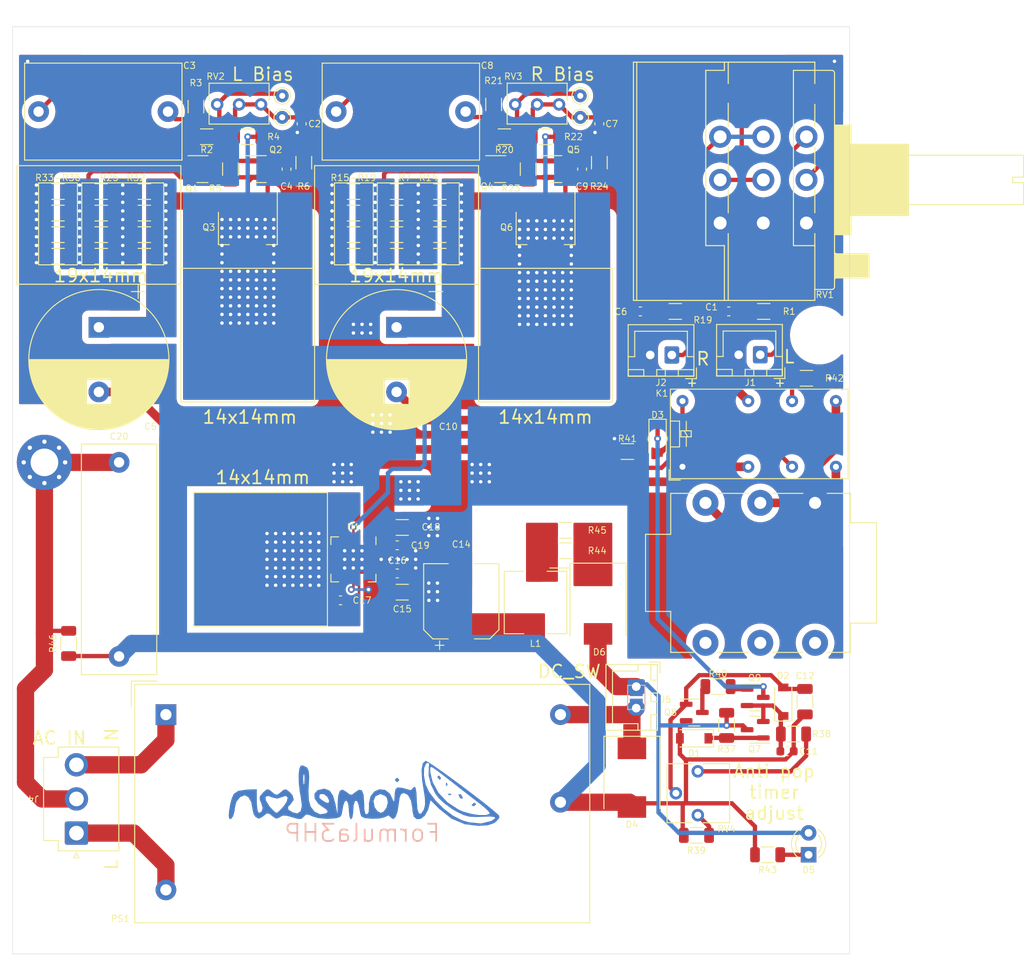
<source format=kicad_pcb>
(kicad_pcb (version 20211014) (generator pcbnew)
  (layers (0 "F.Cu" signal) (31 "B.Cu" signal) (34 "B.Paste" user) (35 "F.Paste" user) (36 "B.SilkS" user "B.Silkscreen") (37 "F.SilkS" user "F.Silkscreen") (38 "B.Mask" user) (39 "F.Mask" user) (44 "Edge.Cuts" user))
  (net 0 "")
  (net 1 "GNDPWR")
  (net 2 "Net-(C1-Pad2)")
  (net 3 "L_Out")
  (net 4 "R_Out")
  (net 5 "+15V")
  (net 6 "Net-(J1-Pad1)")
  (net 7 "Net-(J2-Pad1)")
  (net 8 "GND")
  (net 9 "Net-(R2-Pad1)")
  (net 10 "Net-(K1-Pad6)")
  (net 11 "Net-(K1-Pad11)")
  (net 12 "Net-(C2-Pad1)")
  (net 13 "+12V")
  (net 14 "Net-(C3-Pad1)")
  (net 15 "Net-(C3-Pad2)")
  (net 16 "Net-(C9-Pad1)")
  (net 17 "Net-(D1-Pad1)")
  (net 18 "Net-(C14-Pad1)")
  (net 19 "Net-(D5-Pad1)")
  (net 20 "Net-(C4-Pad1)")
  (net 21 "Net-(C4-Pad2)")
  (net 22 "Net-(C5-Pad1)")
  (net 23 "Net-(C8-Pad1)")
  (net 24 "Net-(C9-Pad2)")
  (net 25 "Net-(C11-Pad1)")
  (net 27 "Net-(D4-Pad1)")
  (net 29 "Net-(Q4-Pad2)")
  (net 30 "Net-(Q8-Pad3)")
  (net 31 "Net-(Q9-Pad1)")
  (net 32 "Net-(C10-Pad1)")
  (net 33 "Net-(J3-PadR)")
  (net 34 "Net-(J3-PadT)")
  (net 35 "Net-(J4-Pad1)")
  (net 36 "Net-(J4-Pad3)")
  (net 37 "Net-(Q1-Pad2)")
  (net 38 "Net-(R10-Pad1)")
  (net 39 "Net-(C6-Pad2)")
  (net 40 "Net-(C7-Pad1)")
  (net 41 "Net-(C8-Pad2)")
  (net 42 "Net-(C12-Pad1)")
  (net 45 "Net-(D3-Pad1)")
  (net 46 "Net-(R20-Pad1)")
  (net 47 "Net-(R25-Pad2)")
  (net 48 "Net-(R38-Pad2)")
  (net 49 "Net-(R39-Pad1)")
  (net 50 "Net-(C17-Pad1)")
  (net 51 "Net-(D6-Pad1)")
  (net 52 "Net-(L1-Pad1)")
  (footprint "LED_THT:LED_D3.0mm" (layer "F.Cu") (at 142.25 120.25 90)
    (fp_text reference "D5")
    (fp_text value "LED")
  )
  (footprint "Relay_THT:Relay_DPDT_Omron_G5V-2" (layer "F.Cu") (at 127.6345 75.2625 90)
    (fp_text reference "K1")
    (fp_text value "C93402")
  )
  (footprint "Resistor_SMD:R_1206_3216Metric" (layer "F.Cu") (at 137.5 120.25 180)
    (fp_text reference "R43")
    (fp_text value "4.7k")
  )
  (footprint "Connector_Audio:Jack_6.35mm_Neutrik_NMJ6HCD2_Horizontal" (layer "F.Cu") (at 130.3 79.45)
    (fp_text reference "J3" hide)
    (fp_text value "HPOut")
  )
  (footprint "Connector_JST:JST_XH_B2B-XH-A_1x02_P2.50mm_Vertical" (layer "F.Cu") (at 136.649 62.275 180)
    (fp_text reference "J1")
    (fp_text value "L_In")
  )
  (footprint "Connector_JST:JST_XH_B2B-XH-A_1x02_P2.50mm_Vertical" (layer "F.Cu") (at 126.399 62.3 180)
    (fp_text reference "J2")
    (fp_text value "R_In")
  )
  (footprint "Resistor_SMD:R_1206_3216Metric" (layer "F.Cu") (at 126.799 57.25)
    (fp_text reference "R19")
    (fp_text value "2.2k")
  )
  (footprint "Capacitor_SMD:C_0603_1608Metric" (layer "F.Cu") (at 133 57.25)
    (fp_text reference "C1")
    (fp_text value "100p")
  )
  (footprint "Resistor_SMD:R_1206_3216Metric" (layer "F.Cu") (at 137.049 57.25)
    (fp_text reference "R1")
    (fp_text value "2.2k")
  )
  (footprint "Capacitor_SMD:C_0603_1608Metric" (layer "F.Cu") (at 122.75 57.25)
    (fp_text reference "C6")
    (fp_text value "100p")
  )
  (footprint "Connector_JST:JST_XH_B2B-XH-A_1x02_P2.50mm_Vertical" (layer "F.Cu") (at 122.275 100.75 -90)
    (fp_text reference "J5")
    (fp_text value "Switch")
  )
  (footprint "F3HP:ALPS_RK27112" (layer "F.Cu") (at 147 42 -90)
    (fp_text reference "RV1")
    (fp_text value "50k")
  )
  (footprint "MountingHole:MountingHole_3.2mm_M3_Pad_Via" (layer "F.Cu") (at 53.692 74.753524)
    (fp_text reference "H4" hide)
    (fp_text value "Earth")
  )
  (footprint "Connector_JST:JST_VH_B3P-VH_1x03_P3.96mm_Vertical" (layer "F.Cu") (at 57.403 117.737499 90)
    (fp_text reference "J4")
    (fp_text value "AC_In")
  )
  (footprint "Resistor_SMD:R_1206_3216Metric" (layer "F.Cu") (at 142 65 180)
    (fp_text reference "R42")
    (fp_text value "1k")
  )
  (footprint "Resistor_SMD:R_1206_3216Metric" (layer "F.Cu") (at 121.25 73.5)
    (fp_text reference "R41")
    (fp_text value "1k")
  )
  (footprint "Potentiometer_THT:Potentiometer_Bourns_3266Y_Vertical" (layer "F.Cu") (at 73.71 33.25 180)
    (fp_text reference "RV2")
    (fp_text value "5k")
  )
  (footprint "Resistor_SMD:R_1206_3216Metric" (layer "F.Cu") (at 99.51584 50.85 180)
    (fp_text reference "R31" hide)
    (fp_text value "133")
  )
  (footprint "Package_TO_SOT_SMD:SOT-23" (layer "F.Cu") (at 78.75 40.75)
    (fp_text reference "Q2")
    (fp_text value "BC860C")
  )
  (footprint "Resistor_SMD:R_1206_3216Metric" (layer "F.Cu") (at 60.26584 48.35 180)
    (fp_text reference "R12" hide)
    (fp_text value "133")
  )
  (footprint "Diode_SMD:D_SOD-123" (layer "F.Cu") (at 128.985489 106.75 180)
    (fp_text reference "D1")
    (fp_text value "12V")
  )
  (footprint "Resistor_SMD:R_1206_3216Metric" (layer "F.Cu") (at 99.51584 43.35 180)
    (fp_text reference "R29" hide)
    (fp_text value "133")
  )
  (footprint "Capacitor_SMD:C_0603_1608Metric" (layer "F.Cu") (at 94.577553 84.37)
    (fp_text reference "C19")
    (fp_text value "10u")
  )
  (footprint "Capacitor_SMD:C_0603_1608Metric" (layer "F.Cu") (at 94.58 87.63)
    (fp_text reference "C16")
    (fp_text value "10u")
  )
  (footprint "Capacitor_SMD:C_0603_1608Metric" (layer "F.Cu") (at 118 35.5 -90)
    (fp_text reference "C7")
    (fp_text value "10u")
  )
  (footprint "Capacitor_THT:C_Rect_L18.0mm_W11.0mm_P15.00mm_FKS3_FKP3" (layer "F.Cu") (at 53.01584 34.082837)
    (fp_text reference "C3")
    (fp_text value "2.2u")
  )
  (footprint "Capacitor_THT:CP_Radial_D16.0mm_P7.50mm" (layer "F.Cu") (at 94.5 59.087246 -90)
    (fp_text reference "C10")
    (fp_text value "2200u")
  )
  (footprint "Resistor_SMD:R_1206_3216Metric" (layer "F.Cu") (at 65.26584 48.35 180)
    (fp_text reference "R11" hide)
    (fp_text value "133")
  )
  (footprint "Resistor_SMD:R_1206_3216Metric" (layer "F.Cu") (at 65.26584 43.35 180)
    (fp_text reference "R7" hide)
    (fp_text value "133")
  )
  (footprint "Resistor_SMD:R_1206_3216Metric" (layer "F.Cu") (at 55.26584 45.85 180)
    (fp_text reference "R15" hide)
    (fp_text value "93.1")
  )
  (footprint "Potentiometer_THT:Potentiometer_Vishay_T73YP_Vertical" (layer "F.Cu") (at 129.410489 110.575 180)
    (fp_text reference "RV4")
    (fp_text value "500k")
  )
  (footprint "Resistor_SMD:R_1206_3216Metric" (layer "F.Cu") (at 89.51584 48.35 180)
    (fp_text reference "R33" hide)
    (fp_text value "93.1")
  )
  (footprint "TestPoint:TestPoint_THTPad_D1.5mm_Drill0.7mm" (layer "F.Cu") (at 81.25 34.75 180)
    (fp_text reference "TP1" hide)
    (fp_text value "TestPoint")
  )
  (footprint "Capacitor_SMD:C_0603_1608Metric" (layer "F.Cu") (at 83.5 35.5 -90)
    (fp_text reference "C2")
    (fp_text value "10u")
  )
  (footprint "Potentiometer_THT:Potentiometer_Bourns_3266Y_Vertical" (layer "F.Cu") (at 108.25 33.25 180)
    (fp_text reference "RV3")
    (fp_text value "5k")
  )
  (footprint "Resistor_SMD:R_1206_3216Metric" (layer "F.Cu") (at 105.75 33.25 90)
    (fp_text reference "R21")
    (fp_text value "120k")
  )
  (footprint "Resistor_SMD:R_1206_3216Metric" (layer "F.Cu") (at 94.51584 45.85 180)
    (fp_text reference "R28" hide)
    (fp_text value "133")
  )
  (footprint "Package_TO_SOT_SMD:SOT-23" (layer "F.Cu") (at 129 103.75)
    (fp_text reference "Q8")
    (fp_text value "AO3400A")
  )
  (footprint "MountingHole:MountingHole_3.2mm_M3" (layer "F.Cu") (at 53.692 128.1)
    (fp_text reference "H3" hide)
    (fp_text value "MountingHole")
  )
  (footprint "Resistor_SMD:R_1206_3216Metric" (layer "F.Cu") (at 60.26584 45.85 180)
    (fp_text reference "R10" hide)
    (fp_text value "133")
  )
  (footprint "Resistor_SMD:R_1206_3216Metric" (layer "F.Cu") (at 75.25 40.75 90)
    (fp_text reference "R5")
    (fp_text value "820")
  )
  (footprint "Resistor_SMD:R_1206_3216Metric" (layer "F.Cu") (at 83.75 40 90)
    (fp_text reference "R6")
    (fp_text value "1.2k")
  )
  (footprint "Resistor_SMD:R_1206_3216Metric" (layer "F.Cu") (at 140.5 106.25)
    (fp_text reference "R38")
    (fp_text value "390k")
  )
  (footprint "Diode_SMD:D_SOD-123" (layer "F.Cu") (at 124.75 72 -90)
    (fp_text reference "D3")
    (fp_text value "D")
  )
  (footprint "Resistor_SMD:R_1206_3216Metric" (layer "F.Cu") (at 71.25 33.5 90)
    (fp_text reference "R3")
    (fp_text value "120k")
  )
  (footprint "Package_TO_SOT_SMD:SOT-23" (layer "F.Cu") (at 136.0625 105.75 180)
    (fp_text reference "Q7")
    (fp_text value "BC850C")
  )
  (footprint "Package_DFN_QFN:QFN-20-1EP_5x5mm_P0.65mm_EP3.35x3.35mm" (layer "F.Cu") (at 89.5 86 -90)
    (fp_text reference "U1")
    (fp_text value "TPS7A4701")
  )
  (footprint "Capacitor_THT:C_Rect_L26.5mm_W8.5mm_P22.50mm_MKS4" (layer "F.Cu") (at 62.342 97.25 90)
    (fp_text reference "C20")
    (fp_text value "100n")
  )
  (footprint "Resistor_SMD:R_1206_3216Metric" (layer "F.Cu") (at 129.25 118 180)
    (fp_text reference "R39")
    (fp_text value "390k")
  )
  (footprint "MountingHole:MountingHole_3.2mm_M3" (layer "F.Cu") (at 143.492 128.1)
    (fp_text reference "H2" hide)
    (fp_text value "MountingHole")
  )
  (footprint "Resistor_SMD:R_1206_3216Metric" (layer "F.Cu") (at 94.51584 43.35 180)
    (fp_text reference "R30" hide)
    (fp_text value "133")
  )
  (footprint "Capacitor_SMD:C_0603_1608Metric" (layer "F.Cu") (at 88 90.75 180)
    (fp_text reference "C17")
    (fp_text value "1u")
  )
  (footprint "Resistor_SMD:R_1206_3216Metric" (layer "F.Cu") (at 55.26584 48.35 180)
    (fp_text reference "R16" hide)
    (fp_text value "93.1")
  )
  (footprint "Resistor_SMD:R_1206_3216Metric" (layer "F.Cu") (at 60.26584 43.35 180)
    (fp_text reference "R8" hide)
    (fp_text value "133")
  )
  (footprint "Capacitor_SMD:C_0603_1608Metric" (layer "F.Cu") (at 139.75 108.25)
    (fp_text reference "C11")
    (fp_text value "10u")
  )
  (footprint "Resistor_SMD:R_1206_3216Metric" (layer "F.Cu") (at 118 40 90)
    (fp_text reference "R24")
    (fp_text value "1.2k")
  )
  (footprint "TestPoint:TestPoint_THTPad_D1.5mm_Drill0.7mm" (layer "F.Cu") (at 115.79 32.25 180)
    (fp_text reference "TP4" hide)
    (fp_text value "TestPoint")
  )
  (footprint "Resistor_SMD:R_1206_3216Metric" (layer "F.Cu") (at 94.51584 48.35 180)
    (fp_text reference "R26" hide)
    (fp_text value "133")
  )
  (footprint "Resistor_SMD:R_1206_3216Metric" (layer "F.Cu") (at 89.51584 45.85 180)
    (fp_text reference "R34" hide)
    (fp_text value "93.1")
  )
  (footprint "Capacitor_SMD:C_1206_3216Metric" (layer "F.Cu") (at 95.157553 82.3)
    (fp_text reference "C18")
    (fp_text value "47u")
  )
  (footprint "Package_TO_SOT_SMD:SOT-23" (layer "F.Cu") (at 106.5 40.75)
    (fp_text reference "Q4")
    (fp_text value "BC850C")
  )
  (footprint "Resistor_SMD:R_1206_3216Metric" (layer "F.Cu") (at 72.5 37 180)
    (fp_text reference "R2")
    (fp_text value "390k")
  )
  (footprint "Resistor_SMD:R_1206_3216Metric" (layer "F.Cu") (at 77.25 37)
    (fp_text reference "R4")
    (fp_text value "39k")
  )
  (footprint "MountingHole:MountingHole_3.2mm_M3" (layer "F.Cu") (at 143.492 60)
    (fp_text reference "H1" hide)
    (fp_text value "MountingHole")
  )
  (footprint "Inductor_SMD:L_TDK_SLF7032" (layer "F.Cu") (at 110.6 91 -90)
    (fp_text reference "L1")
    (fp_text value "100u")
  )
  (footprint "Package_TO_SOT_SMD:SOT-223-3_TabPin2" (layer "F.Cu") (at 111.76584 47.6 -90)
    (fp_text reference "Q6")
    (fp_text value "BCP56TA")
  )
  (footprint "Capacitor_SMD:CP_Elec_8x10.5" (layer "F.Cu") (at 102 90.86 90)
    (fp_text reference "C14")
    (fp_text value "470u")
  )
  (footprint "Diode_SMD:D_SMC" (layer "F.Cu") (at 121.775 111.312582 -90)
    (fp_text reference "D4")
    (fp_text value "15V")
  )
  (footprint "Resistor_SMD:R_1206_3216Metric" (layer "F.Cu") (at 94.51584 50.85 180)
    (fp_text reference "R32" hide)
    (fp_text value "133")
  )
  (footprint "Converter_ACDC:Converter_ACDC_Recom_RAC20-xxSK_THT" (layer "F.Cu") (at 67.770676 104)
    (fp_text reference "PS1")
    (fp_text value "RAC20-15SK")
  )
  (footprint "TestPoint:TestPoint_THTPad_D1.5mm_Drill0.7mm" (layer "F.Cu") (at 115.79 34.75 180)
    (fp_text reference "TP3" hide)
    (fp_text value "TestPoint")
  )
  (footprint "Resistor_SMD:R_1206_3216Metric" (layer "F.Cu") (at 55.26584 43.35 180)
    (fp_text reference "R17" hide)
    (fp_text value "93.1")
  )
  (footprint "Capacitor_THT:CP_Radial_D16.0mm_P7.50mm" (layer "F.Cu") (at 60 59.087246 -90)
    (fp_text reference "C5")
    (fp_text value "2200u")
  )
  (footprint "Resistor_SMD:R_1206_3216Metric" (layer "F.Cu") (at 99.51584 48.35 180)
    (fp_text reference "R25" hide)
    (fp_text value "133")
  )
  (footprint "Package_TO_SOT_SMD:SOT-23" (layer "F.Cu") (at 113 40.75)
    (fp_text reference "Q5")
    (fp_text value "BC860C")
  )
  (footprint "Resistor_SMD:R_1206_3216Metric" (layer "F.Cu") (at 131.75 100.75)
    (fp_text reference "R40")
    (fp_text value "4.7k")
  )
  (footprint "Package_TO_SOT_SMD:SOT-223-3_TabPin2" (layer "F.Cu") (at 77.26584 47.6 -90)
    (fp_text reference "Q3")
    (fp_text value "BCP56TA")
  )
  (footprint "Capacitor_SMD:C_0603_1608Metric" (layer "F.Cu") (at 116 40.75 90)
    (fp_text reference "C9")
    (fp_text value "330p")
  )
  (footprint "Capacitor_SMD:C_1206_3216Metric" (layer "F.Cu") (at 141.827011 102.5 -90)
    (fp_text reference "C12")
    (fp_text value "47u")
  )
  (footprint "TestPoint:TestPoint_THTPad_D1.5mm_Drill0.7mm" (layer "F.Cu") (at 81.25 32.25 180)
    (fp_text reference "TP2" hide)
    (fp_text value "TestPoint")
  )
  (footprint "Resistor_SMD:R_1206_3216Metric" (layer "F.Cu") (at 65.26584 50.85 180)
    (fp_text reference "R13" hide)
    (fp_text value "133")
  )
  (footprint "Resistor_SMD:R_1206_3216Metric" (layer "F.Cu") (at 56.5 95.75 90)
    (fp_text reference "R46")
    (fp_text value "1M")
  )
  (footprint "Package_TO_SOT_SMD:SOT-23" (layer "F.Cu") (at 72 40.75)
    (fp_text reference "Q1")
    (fp_text value "BC850C")
  )
  (footprint "Resistor_SMD:R_1206_3216Metric" (layer "F.Cu") (at 99.51584 45.85 180)
    (fp_text reference "R27" hide)
    (fp_text value "133")
  )
  (footprint "Capacitor_THT:C_Rect_L18.0mm_W11.0mm_P15.00mm_FKS3_FKP3" (layer "F.Cu") (at 87.5 34.082837)
    (fp_text reference "C8")
    (fp_text value "2.2u")
  )
  (footprint "Capacitor_SMD:C_0603_1608Metric" (layer "F.Cu") (at 81.75 40.75 90)
    (fp_text reference "C4")
    (fp_text value "330p")
  )
  (footprint "Resistor_SMD:R_1206_3216Metric" (layer "F.Cu") (at 107 37 180)
    (fp_text reference "R20")
    (fp_text value "390k")
  )
  (footprint "Resistor_SMD:R_1206_3216Metric" (layer "F.Cu") (at 114.1 82.63 180)
    (fp_text reference "R45")
    (fp_text value "1")
  )
  (footprint "Resistor_SMD:R_1206_3216Metric" (layer "F.Cu") (at 55.26584 50.85 180)
    (fp_text reference "R18" hide)
    (fp_text value "93.1")
  )
  (footprint "Resistor_SMD:R_1206_3216Metric" (layer "F.Cu") (at 89.51584 50.85 180)
    (fp_text reference "R36" hide)
    (fp_text value "93.1")
  )
  (footprint "Resistor_SMD:R_1206_3216Metric" (layer "F.Cu") (at 60.26584 50.85 180)
    (fp_text reference "R14" hide)
    (fp_text value "133")
  )
  (footprint "Diode_SMD:D_SOD-123" (layer "F.Cu") (at 139.3125 102.5 90)
    (fp_text reference "D2")
    (fp_text value "D")
  )
  (footprint "Package_TO_SOT_SMD:SOT-23" (layer "F.Cu") (at 136.0625 102)
    (fp_text reference "Q9")
    (fp_text value "BC860C")
  )
  (footprint "Diode_SMD:D_SMC" (layer "F.Cu") (at 117.85 91.24 -90)
    (fp_text reference "D6")
    (fp_text value "0.55Vf")
  )
  (footprint "Resistor_SMD:R_1206_3216Metric" (layer "F.Cu") (at 89.51584 43.35 180)
    (fp_text reference "R35" hide)
    (fp_text value "93.1")
  )
  (footprint "Resistor_SMD:R_1206_3216Metric" (layer "F.Cu") (at 114.1 85 180)
    (fp_text reference "R44")
    (fp_text value "1")
  )
  (footprint "Capacitor_SMD:C_1206_3216Metric" (layer "F.Cu") (at 95.157553 89.8)
    (fp_text reference "C15")
    (fp_text value "47u")
  )
  (footprint "Resistor_SMD:R_1206_3216Metric" (layer "F.Cu") (at 132.75 105.25 -90)
    (fp_text reference "R37")
    (fp_text value "4.7k")
  )
  (footprint "Resistor_SMD:R_1206_3216Metric" (layer "F.Cu") (at 65.26584 45.85 180)
    (fp_text reference "R9" hide)
    (fp_text value "133")
  )
  (footprint "Resistor_SMD:R_1206_3216Metric" (layer "F.Cu") (at 109.75 40.75 90)
    (fp_text reference "R23")
    (fp_text value "820")
  )
  (footprint "Resistor_SMD:R_1206_3216Metric" (layer "F.Cu") (at 111.75 37)
    (fp_text reference "R22")
    (fp_text value "39k")
  )
  (footprint "Jumper:SolderJumper-2_P1.3mm_Open_Pad1.0x1.5mm" (layer "B.Cu") (at 122.280676 102 -90)
    (fp_text reference "JP1" hide)
    (fp_text value "Switch")
  )
  (footprint "F3HP:Ariamelon_Logo_x3_CU" (layer "B.Cu") (at 90.75 113.1 180)
    (fp_text reference "A1" hide)
    (fp_text value "Art" hide)
  )
  (gr_line (start 104 54.1) (end 85 54.1) (layer "F.SilkS") (width 0.12))
  (gr_line (start 86.486312 78.25) (end 86.486312 93.75) (layer "F.SilkS") (width 0.12))
  (gr_line (start 58.01584 42.35) (end 58.01584 51.85) (layer "F.SilkS") (width 0.12))
  (gr_line (start 85 67.75) (end 69.5 67.75) (layer "F.SilkS") (width 0.12))
  (gr_line (start 69.5 40.35) (end 69.5 54.1) (layer "F.SilkS") (width 0.12))
  (gr_line (start 86.486312 78.25) (end 70.986312 78.25) (layer "F.SilkS") (width 0.12))
  (gr_line (start 87.30334 42.35) (end 91.80334 42.35) (layer "F.SilkS") (width 0.12))
  (gr_line (start 57.51584 42.35) (end 57.51584 51.85) (layer "F.SilkS") (width 0.12))
  (gr_line (start 67.51584 51.85) (end 67.51584 42.35) (layer "F.SilkS") (width 0.12))
  (gr_line (start 119.5 52.25) (end 119.5 67.75) (layer "F.SilkS") (width 0.12))
  (gr_line (start 58.01584 51.85) (end 67.51584 51.85) (layer "F.SilkS") (width 0.12))
  (gr_line (start 85 52.25) (end 85 67.75) (layer "F.SilkS") (width 0.12))
  (gr_line (start 92.26584 51.85) (end 101.76584 51.85) (layer "F.SilkS") (width 0.12))
  (gr_line (start 69.5 54.1) (end 50.5 54.1) (layer "F.SilkS") (width 0.12))
  (gr_line (start 50.5 54.1) (end 50.5 40.35) (layer "F.SilkS") (width 0.12))
  (gr_line (start 91.80334 42.35) (end 91.80334 51.85) (layer "F.SilkS") (width 0.12))
  (gr_line (start 119.5 67.75) (end 104 67.75) (layer "F.SilkS") (width 0.12))
  (gr_line (start 101.76584 51.85) (end 101.76584 42.35) (layer "F.SilkS") (width 0.12))
  (gr_line (start 67.51584 42.35) (end 58.01584 42.35) (layer "F.SilkS") (width 0.12))
  (gr_line (start 69.5 67.75) (end 69.5 52.25) (layer "F.SilkS") (width 0.12))
  (gr_line (start 104 52.25) (end 119.5 52.25) (layer "F.SilkS") (width 0.12))
  (gr_line (start 70.986312 93.75) (end 86.486312 93.75) (layer "F.SilkS") (width 0.12))
  (gr_line (start 70.986312 93.75) (end 70.986312 78.25) (layer "F.SilkS") (width 0.12))
  (gr_line (start 101.76584 42.35) (end 92.26584 42.35) (layer "F.SilkS") (width 0.12))
  (gr_line (start 91.80334 51.85) (end 87.30334 51.85) (layer "F.SilkS") (width 0.12))
  (gr_line (start 50.5 40.35) (end 69.5 40.35) (layer "F.SilkS") (width 0.12))
  (gr_line (start 92.26584 42.35) (end 92.26584 51.85) (layer "F.SilkS") (width 0.12))
  (gr_line (start 87.30334 51.85) (end 87.30334 42.35) (layer "F.SilkS") (width 0.12))
  (gr_line (start 69.5 52.25) (end 85 52.25) (layer "F.SilkS") (width 0.12))
  (gr_line (start 53.01584 42.35) (end 57.51584 42.35) (layer "F.SilkS") (width 0.12))
  (gr_line (start 85 54.1) (end 85 40.35) (layer "F.SilkS") (width 0.12))
  (gr_line (start 53.01584 51.85) (end 53.01584 42.35) (layer "F.SilkS") (width 0.12))
  (gr_line (start 85 40.35) (end 104 40.35) (layer "F.SilkS") (width 0.12))
  (gr_line (start 104 67.75) (end 104 52.25) (layer "F.SilkS") (width 0.12))
  (gr_line (start 57.51584 51.85) (end 53.01584 51.85) (layer "F.SilkS") (width 0.12))
  (gr_line (start 104 40.35) (end 104 54.1) (layer "F.SilkS") (width 0.12))
  (gr_line (start 147 131.75) (end 50 131.75) (layer "Edge.Cuts") (width 0.05))
  (gr_line (start 50 24.25) (end 147 24.25) (layer "Edge.Cuts") (width 0.05))
  (gr_line (start 147 24.25) (end 147 131.75) (layer "Edge.Cuts") (width 0.05))
  (gr_line (start 50 131.75) (end 50 24.25) (layer "Edge.Cuts") (width 0.05))
  (gr_text "Formula3HP" (at 90.52 117.734476) (layer "B.SilkS") (effects (font (size 2 2) (thickness 0.2)) (justify mirror)))
  (gr_text "DC_SW" (at 114.5 99) (layer "F.SilkS") (effects (font (size 1.5 1.5) (thickness 0.2))))
  (gr_text "L            N" (at 61.453 113.777499 90) (layer "F.SilkS") (effects (font (size 1.5 1.5) (thickness 0.2))))
  (gr_text "14x14mm" (at 111.75 69.5) (layer "F.SilkS") (effects (font (size 1.5 1.5) (thickness 0.2))))
  (gr_text "Anti pop\ntimer\nadjust" (at 138.25 113) (layer "F.SilkS") (effects (font (size 1.5 1.5) (thickness 0.2))))
  (gr_text "19x14mm" (at 94.5 53.1) (layer "F.SilkS") (effects (font (size 1.5 1.5) (thickness 0.2))))
  (gr_text "R7-R14" (at 97 41.75) (layer "F.SilkS") (effects (font (size 0.75 0.75) (thickness 0.1))))
  (gr_text "14x14mm" (at 77.5 69.5) (layer "F.SilkS") (effects (font (size 1.5 1.5) (thickness 0.2))))
  (gr_text "R15-R19" (at 89.5 41.75) (layer "F.SilkS") (effects (font (size 0.75 0.75) (thickness 0.1))))
  (gr_text "R25-R32" (at 62.75 41.75) (layer "F.SilkS") (effects (font (size 0.75 0.75) (thickness 0.1))))
  (gr_text "+" (at 138.9295 65.5) (layer "F.SilkS") (effects (font (size 1 1))))
  (gr_text "L" (at 140 62.5) (layer "F.SilkS") (effects (font (size 1.5 1.5) (thickness 0.2))))
  (gr_text "19x14mm" (at 60.25 53.1) (layer "F.SilkS") (effects (font (size 1.5 1.5) (thickness 0.2))))
  (gr_text "R Bias" (at 113.75 29.75) (layer "F.SilkS") (effects (font (size 1.5 1.5) (thickness 0.2))))
  (gr_text "L Bias" (at 79 29.75) (layer "F.SilkS") (effects (font (size 1.5 1.5) (thickness 0.2))))
  (gr_text "R33-R36" (at 55.26584 41.75) (layer "F.SilkS") (effects (font (size 0.75 0.75) (thickness 0.1))))
  (gr_text "+" (at 128.75 65.5) (layer "F.SilkS") (effects (font (size 1 1))))
  (gr_text "R" (at 130 62.75) (layer "F.SilkS") (effects (font (size 1.5 1.5) (thickness 0.2))))
  (gr_text "14x14mm" (at 79 76.5) (layer "F.SilkS") (effects (font (size 1.5 1.5) (thickness 0.2))))
  (gr_text "AC IN" (at 55.4295 106.708) (layer "F.SilkS") (effects (font (size 1.5 1.5) (thickness 0.2))))
  (segment (start 53.692 94.442) (end 53.692 74.753524) (width 2) (layer "F.Cu") (net 1))
  (segment (start 53.692 98.808) (end 53.692 94.442) (width 2) (layer "F.Cu") (net 1))
  (segment (start 53.427499 113.777499) (end 51.5 111.85) (width 2) (layer "F.Cu") (net 1))
  (segment (start 53.8465 94.2875) (end 53.692 94.442) (width 0.5) (layer "F.Cu") (net 1))
  (segment (start 56.5 94.2875) (end 53.8465 94.2875) (width 0.5) (layer "F.Cu") (net 1))
  (segment (start 51.5 101) (end 53.692 98.808) (width 2) (layer "F.Cu") (net 1))
  (segment (start 57.403 113.777499) (end 53.427499 113.777499) (width 2) (layer "F.Cu") (net 1))
  (segment (start 53.692 74.753524) (end 62.338476 74.753524) (width 2) (layer "F.Cu") (net 1))
  (segment (start 51.5 111.85) (end 51.5 101) (width 2) (layer "F.Cu") (net 1))
  (segment (start 135.5865 57.25) (end 133.775 57.25) (width 0.5) (layer "F.Cu") (net 2))
  (segment (start 139.5 50.75) (end 139.5 39.5) (width 0.5) (layer "F.Cu") (net 2))
  (segment (start 135.5865 57.25) (end 135.5865 54.6635) (width 0.5) (layer "F.Cu") (net 2))
  (segment (start 135.5865 54.6635) (end 139.5 50.75) (width 0.5) (layer "F.Cu") (net 2))
  (segment (start 139.5 39.5) (end 142 37) (width 0.5) (layer "F.Cu") (net 2))
  (segment (start 128.75 77) (end 119.25 77) (width 1) (layer "F.Cu") (net 3))
  (segment (start 119.25 77) (end 115.5 73.25) (width 1) (layer "F.Cu") (net 3))
  (segment (start 70.5 73.25) (end 63.837246 66.587246) (width 1) (layer "F.Cu") (net 3))
  (segment (start 130.4875 75.2625) (end 128.75 77) (width 1) (layer "F.Cu") (net 3))
  (segment (start 135.2545 75.2625) (end 130.4875 75.2625) (width 1) (layer "F.Cu") (net 3))
  (segment (start 63.837246 66.587246) (end 60 66.587246) (width 1) (layer "F.Cu") (net 3))
  (segment (start 115.5 73.25) (end 70.5 73.25) (width 1) (layer "F.Cu") (net 3))
  (segment (start 120.327887 69.85) (end 124.634418 65.543469) (width 1) (layer "F.Cu") (net 4))
  (segment (start 94.5 66.587246) (end 97.762754 69.85) (width 1) (layer "F.Cu") (net 4))
  (segment (start 97.762754 69.85) (end 120.327887 69.85) (width 1) (layer "F.Cu") (net 4))
  (segment (start 133.155469 65.543469) (end 135.2545 67.6425) (width 1) (layer "F.Cu") (net 4))
  (segment (start 124.634418 65.543469) (end 133.155469 65.543469) (width 1) (layer "F.Cu") (net 4))
  (segment (start 120 100.75) (end 122.275 100.75) (width 2) (layer "F.Cu") (net 5))
  (segment (start 132.75 103.7875) (end 132.75 105.25) (width 0.5) (layer "F.Cu") (net 5))
  (segment (start 117.85 94.64) (end 117.85 98.6) (width 2) (layer "F.Cu") (net 5))
  (segment (start 135.125 105.75) (end 134.625 105.25) (width 0.5) (layer "F.Cu") (net 5))
  (segment (start 134.625 105.25) (end 132.75 105.25) (width 0.5) (layer "F.Cu") (net 5))
  (segment (start 117.85 98.6) (end 120 100.75) (width 2) (layer "F.Cu") (net 5))
  (via (at 132.75 105.25) (size 0.8) (drill 0.4) (layers "F.Cu" "B.Cu") (net 5))
  (segment (start 132.75 105.25) (end 124.966204 105.25) (width 0.5) (layer "B.Cu") (net 5))
  (segment (start 124.858102 115.358102) (end 124.858102 105.358102) (width 0.5) (layer "B.Cu") (net 5))
  (segment (start 142.3 117.71) (end 127.21 117.71) (width 0.5) (layer "B.Cu") (net 5))
  (segment (start 123.5 100.5) (end 124.858102 101.858102) (width 0.5) (layer "B.Cu") (net 5))
  (segment (start 124.966204 105.25) (end 124.858102 105.358102) (width 0.5) (layer "B.Cu") (net 5))
  (segment (start 127.21 117.71) (end 124.858102 115.358102) (width 0.5) (layer "B.Cu") (net 5))
  (segment (start 122.280676 100.5) (end 123.5 100.5) (width 0.5) (layer "B.Cu") (net 5))
  (segment (start 124.858102 105.358102) (end 124.858102 101.858102) (width 0.5) (layer "B.Cu") (net 5))
  (segment (start 137.975 62.275) (end 136.649 62.275) (width 0.5) (layer "F.Cu") (net 6))
  (segment (start 138.5115 57.25) (end 138.5115 61.7385) (width 0.5) (layer "F.Cu") (net 6))
  (segment (start 138.5115 61.7385) (end 137.975 62.275) (width 0.5) (layer "F.Cu") (net 6))
  (segment (start 127.7 62.3) (end 126.399 62.3) (width 0.5) (layer "F.Cu") (net 7))
  (segment (start 128.2615 57.25) (end 128.2615 61.7385) (width 0.5) (layer "F.Cu") (net 7))
  (segment (start 128.2615 61.7385) (end 127.7 62.3) (width 0.5) (layer "F.Cu") (net 7))
  (segment (start 139.57548 109.19952) (end 127.94952 109.19952) (width 0.5) (layer "F.Cu") (net 8))
  (segment (start 127.965489 114.284511) (end 133.353533 114.284511) (width 0.5) (layer "F.Cu") (net 8))
  (segment (start 140.525 108.25) (end 139.57548 109.19952) (width 0.5) (layer "F.Cu") (net 8))
  (segment (start 133.353533 114.284511) (end 136.034511 116.965489) (width 0.5) (layer "F.Cu") (net 8))
  (segment (start 127.335489 105.427011) (end 128.0625 104.7) (width 0.5) (layer "F.Cu") (net 8))
  (segment (start 127.965489 114.284511) (end 127.715489 114.284511) (width 0.5) (layer "F.Cu") (net 8))
  (segment (start 113.490676 114.16) (end 121.478094 114.16) (width 2) (layer "F.Cu") (net 8))
  (segment (start 121.478094 114.16) (end 121.780676 114.462582) (width 2) (layer "F.Cu") (net 8))
  (segment (start 56.5 97.2125) (end 62.3045 97.2125) (width 0.5) (layer "F.Cu") (net 8))
  (segment (start 127.660489 114.339511) (end 127.715489 114.284511) (width 0.5) (layer "F.Cu") (net 8))
  (segment (start 140.525 105.277011) (end 141.827011 103.975) (width 0.5) (layer "F.Cu") (net 8))
  (segment (start 127.335489 108.585489) (end 127.335489 106.75) (width 0.5) (layer "F.Cu") (net 8))
  (segment (start 127.660489 117.5) (end 127.660489 114.339511) (width 0.5) (layer "F.Cu") (net 8))
  (segment (start 140.525 108.25) (end 140.525 105.277011) (width 0.5) (layer "F.Cu") (net 8))
  (segment (start 136.034511 116.965489) (end 136.034511 120.247011) (width 0.5) (layer "F.Cu") (net 8))
  (segment (start 127.335489 106.75) (end 127.335489 105.427011) (width 0.5) (layer "F.Cu") (net 8))
  (segment (start 128.04 109.29) (end 128.04 114.21) (width 0.5) (layer "F.Cu") (net 8))
  (segment (start 127.94952 109.19952) (end 128.04 109.29) (width 0.5) (layer "F.Cu") (net 8))
  (segment (start 127.715489 114.284511) (end 122.354165 114.284511) (width 0.5) (layer "F.Cu") (net 8))
  (segment (start 128.04 114.21) (end 127.965489 114.284511) (width 0.5) (layer "F.Cu") (net 8))
  (segment (start 127.94952 109.19952) (end 127.335489 108.585489) (width 0.5) (layer "F.Cu") (net 8))
  (via (at 90.486312 85) (size 0.8) (drill 0.4) (layers "F.Cu" "B.Cu") (net 8))
  (via (at 84.486312 88) (size 0.8) (drill 0.4) (layers "F.Cu" "B.Cu") (net 8))
  (via (at 89.486312 87) (size 0.8) (drill 0.4) (layers "F.Cu" "B.Cu") (net 8))
  (via (at 52.76584 43.6) (size 0.8) (drill 0.4) (layers "F.Cu" "B.Cu") (net 8))
  (via (at 87.25 76) (size 0.8) (drill 0.4) (layers "F.Cu" "B.Cu") (net 8))
  (via (at 99.236312 82.25) (size 0.8) (drill 0.4) (layers "F.Cu" "B.Cu") (net 8))
  (via (at 87.01584 47.6) (size 0.8) (drill 0.4) (layers "F.Cu" "B.Cu") (net 8))
  (via (at 80.486312 85) (size 0.8) (drill 0.4) (layers "F.Cu" "B.Cu") (net 8))
  (via (at 104.25 77) (size 0.8) (drill 0.4) (layers "F.Cu" "B.Cu") (net 8))
  (via (at 87.01584 42.6) (size 0.8) (drill 0.4) (layers "F.Cu" "B.Cu") (net 8))
  (via (at 99.25 90.75) (size 0.8) (drill 0.4) (layers "F.Cu" "B.Cu") (net 8))
  (via (at 85.486312 84) (size 0.8) (drill 0.4) (layers "F.Cu" "B.Cu") (net 8))
  (via (at 83.486312 88) (size 0.8) (drill 0.4) (layers "F.Cu" "B.Cu") (net 8))
  (via (at 88.486312 86) (size 0.8) (drill 0.4) (layers "F.Cu" "B.Cu") (net 8))
  (via (at 90.5 59.75) (size 0.8) (drill 0.4) (layers "F.Cu" "B.Cu") (net 8))
  (via (at 83 36.5) (size 0.8) (drill 0.4) (layers "F.Cu" "B.Cu") (net 8))
  (via (at 52.76584 42.6) (size 0.8) (drill 0.4) (layers "F.Cu" "B.Cu") (net 8))
  (via (at 87.01584 46.6) (size 0.8) (drill 0.4) (layers "F.Cu" "B.Cu") (net 8))
  (via (at 93.75 71.25) (size 0.8) (drill 0.4) (layers "F.Cu" "B.Cu") (net 8))
  (via (at 85.486312 83) (size 0.8) (drill 0.4) (layers "F.Cu" "B.Cu") (net 8))
  (via (at 81.486312 83) (size 0.8) (drill 0.4) (layers "F.Cu" "B.Cu") (net 8))
  (via (at 87.01584 43.6) (size 0.8) (drill 0.4) (layers "F.Cu" "B.Cu") (net 8))
  (via (at 52.76584 44.6) (size 0.8) (drill 0.4) (layers "F.Cu" "B.Cu") (net 8))
  (via (at 85.486312 85) (size 0.8) (drill 0.4) (layers "F.Cu" "B.Cu") (net 8))
  (via (at 87.01584 45.6) (size 0.8) (drill 0.4) (layers "F.Cu" "B.Cu") (net 8))
  (via (at 79.486312 85) (size 0.8) (drill 0.4) (layers "F.Cu" "B.Cu") (net 8))
  (via (at 144.75 65) (size 0.8) (drill 0.4) (layers "F.Cu" "B.Cu") (net 8))
  (via (at 103.25 77) (size 0.8) (drill 0.4) (layers "F.Cu" "B.Cu") (net 8))
  (via (at 94.717783 86) (size 0.8) (drill 0.4) (layers "F.Cu" "B.Cu") (net 8))
  (via (at 99.236312 83.25) (size 0.8) (drill 0.4) (layers "F.Cu" "B.Cu") (net 8))
  (via (at 80.486312 86) (size 0.8) (drill 0.4) (layers "F.Cu" "B.Cu") (net 8))
  (via (at 80.486312 88) (size 0.8) (drill 0.4) (layers "F.Cu" "B.Cu") (net 8))
  (via (at 51.75 28.25) (size 0.8) (drill 0.4) (layers "F.Cu" "B.Cu") (net 8))
  (via (at 99.236312 88.75) (size 0.8) (drill 0.4) (layers "F.Cu" "B.Cu") (net 8))
  (via (at 117.5 36.5) (size 0.8) (drill 0.4) (layers "F.Cu" "B.Cu") (net 8))
  (via (at 90.5 58.75) (size 0.8) (drill 0.4) (layers "F.Cu" "B.Cu") (net 8))
  (via (at 79.486312 89) (size 0.8) (drill 0.4) (layers "F.Cu" "B.Cu") (net 8))
  (via (at 95.717783 86) (size 0.8) (drill 0.4) (layers "F.Cu" "B.Cu") (net 8))
  (via (at 87.01584 44.6) (size 0.8) (drill 0.4) (layers "F.Cu" "B.Cu") (net 8))
  (via (at 89.5 58.75) (size 0.8) (drill 0.4) (layers "F.Cu" "B.Cu") (net 8))
  (via (at 84.486312 86) (size 0.8) (drill 0.4) (layers "F.Cu" "B.Cu") (net 8))
  (via (at 87.01584 50.6) (size 0.8) (drill 0.4) (layers "F.Cu" "B.Cu") (net 8))
  (via (at 82.486312 84) (size 0.8) (drill 0.4) (layers "F.Cu" "B.Cu") (net 8))
  (via (at 80.486312 83) (size 0.8) (drill 0.4) (layers "F.Cu" "B.Cu") (net 8))
  (via (at 98.25 81.25) (size 0.8) (drill 0.4) (layers "F.Cu" "B.Cu") (net 8))
  (via (at 84.486312 85) (size 0.8) (drill 0.4) (layers "F.Cu" "B.Cu") (net 8))
  (via (at 89.25 76) (size 0.8) (drill 0.4) (layers "F.Cu" "B.Cu") (net 8))
  (via (at 52.76584 46.6) (size 0.8) (drill 0.4) (layers "F.Cu" "B.Cu") (net 8))
  (via (at 89.5 59.75) (size 0.8) (drill 0.4) (layers "F.Cu" "B.Cu") (net 8))
  (via (at 81.486312 89) (size 0.8) (drill 0.4) (layers "F.Cu" "B.Cu") (net 8))
  (via (at 92.75 71.25) (size 0.8) (drill 0.4) (layers "F.Cu" "B.Cu") (net 8))
  (via (at 79.486312 86) (size 0.8) (drill 0.4) (layers "F.Cu" "B.Cu") (net 8))
  (via (at 105.25 76) (size 0.8) (drill 0.4) (layers "F.Cu" "B.Cu") (net 8))
  (via (at 85.486312 88) (size 0.8) (drill 0.4) (layers "F.Cu" "B.Cu") (net 8))
  (via (at 82.486312 89) (size 0.8) (drill 0.4) (layers "F.Cu" "B.Cu") (net 8))
  (via (at 88.25 76) (size 0.8) (drill 0.4) (layers "F.Cu" "B.Cu") (net 8))
  (via (at 87.25 77) (size 0.8) (drill 0.4) (layers "F.Cu" "B.Cu") (net 8))
  (via (at 52.76584 47.6) (size 0.8) (drill 0.4) (layers "F.Cu" "B.Cu") (net 8))
  (via (at 87.01584 48.6) (size 0.8) (drill 0.4) (layers "F.Cu" "B.Cu") (net 8))
  (via (at 81.486312 88) (size 0.8) (drill 0.4) (layers "F.Cu" "B.Cu") (net 8))
  (via (at 90.486312 87) (size 0.8) (drill 0.4) (layers "F.Cu" "B.Cu") (net 8))
  (via (at 87.25 75) (size 0.8) (drill 0.4) (layers "F.Cu" "B.Cu") (net 8))
  (via (at 93.75 70.25) (size 0.8) (drill 0.4) (layers "F.Cu" "B.Cu") (net 8))
  (via (at 82.486312 85) (size 0.8) (drill 0.4) (layers "F.Cu" "B.Cu") (net 8))
  (via (at 83.486312 87) (size 0.8) (drill 0.4) (layers "F.Cu" "B.Cu") (net 8))
  (via (at 98.236312 83.25) (size 0.8) (drill 0.4) (layers "F.Cu" "B.Cu") (net 8))
  (via (at 89.25 77) (size 0.8) (drill 0.4) (layers "F.Cu" "B.Cu") (net 8))
  (via (at 83.486312 89) (size 0.8) (drill 0.4) (layers "F.Cu" "B.Cu") (net 8))
  (via (at 119.75 72) (size 0.8) (drill 0.4) (layers "F.Cu" "B.Cu") (net 8))
  (via (at 93.717783 86) (size 0.8) (drill 0.4) (layers "F.Cu" "B.Cu") (net 8))
  (via (at 79.486312 87) (size 0.8) (drill 0.4) (layers "F.Cu" "B.Cu") (net 8))
  (via (at 80.486312 84) (size 0.8) (drill 0.4) (layers "F.Cu" "B.Cu") (net 8))
  (via (at 104.25 76) (size 0.8) (drill 0.4) (layers "F.Cu" "B.Cu") (net 8))
  (via (at 79.486312 88) (size 0.8) (drill 0.4) (layers "F.Cu" "B.Cu") (net 8))
  (via (at 81.486312 86) (size 0.8) (drill 0.4) (layers "F.Cu" "B.Cu") (net 8))
  (via (at 79.486312 83) (size 0.8) (drill 0.4) (layers "F.Cu" "B.Cu") (net 8))
  (via (at 91.75 70.25) (size 0.8) (drill 0.4) (layers "F.Cu" "B.Cu") (net 8))
  (via (at 82.486312 83) (size 0.8) (drill 0.4) (layers "F.Cu" "B.Cu") (net 8))
  (via (at 52.76584 48.6) (size 0.8) (drill 0.4) (layers "F.Cu" "B.Cu") (net 8))
  (via (at 92.75 70.25) (size 0.8) (drill 0.4) (layers "F.Cu" "B.Cu") (net 8))
  (via (at 145.25 28.25) (size 0.8) (drill 0.4) (layers "F.Cu" "B.Cu") (net 8))
  (via (at 83.486312 86) (size 0.8) (drill 0.4) (layers "F.Cu" "B.Cu") (net 8))
  (via (at 103.25 76) (size 0.8) (drill 0.4) (layers "F.Cu" "B.Cu") (net 8))
  (via (at 83.486312 85) (size 0.8) (drill 0.4) (layers "F.Cu" "B.Cu") (net 8))
  (via (at 81.486312 87) (size 0.8) (drill 0.4) (layers "F.Cu" "B.Cu") (net 8))
  (via (at 82.486312 88) (size 0.8) (drill 0.4) (layers "F.Cu" "B.Cu") (net 8))
  (via (at 98.236312 82.25) (size 0.8) (drill 0.4) (layers "F.Cu" "B.Cu") (net 8))
  (via (at 87.01584 49.6) (size 0.8) (drill 0.4) (layers "F.Cu" "B.Cu") (net 8))
  (via (at 81.486312 84) (size 0.8) (drill 0.4) (layers "F.Cu" "B.Cu") (net 8))
  (via (at 84.486312 87) (size 0.8) (drill 0.4) (layers "F.Cu" "B.Cu") (net 8))
  (via (at 84.486312 83) (size 0.8) (drill 0.4) (layers "F.Cu" "B.Cu") (net 8))
  (via (at 91.5 59.75) (size 0.8) (drill 0.4) (layers "F.Cu" "B.Cu") (net 8))
  (via (at 88.486312 87) (size 0.8) (drill 0.4) (layers "F.Cu" "B.Cu") (net 8))
  (via (at 89.486312 86) (size 0.8) (drill 0.4) (layers "F.Cu" "B.Cu") (net 8))
  (via (at 96.717783 87) (size 0.8) (drill 0.4) (layers "F.Cu" "B.Cu") (net 8))
  (via (at 85.486312 86) (size 0.8) (drill 0.4) (layers "F.Cu" "B.Cu") (net 8))
  (via (at 85.486312 87) (size 0.8) (drill 0.4) (layers "F.Cu" "B.Cu") (net 8))
  (via (at 98.236312 89.75) (size 0.8) (drill 0.4) (layers "F.Cu" "B.Cu") (net 8))
  (via (at 79.486312 84) (size 0.8) (drill 0.4) (layers "F.Cu" "B.Cu") (net 8))
  (via (at 91.75 69.25) (size 0.8) (drill 0.4) (layers "F.Cu" "B.Cu") (net 8))
  (via (at 103.25 75) (size 0.8) (drill 0.4) (layers "F.Cu" "B.Cu") (net 8))
  (via (at 88.486312 85) (size 0.8) (drill 0.4) (layers "F.Cu" "B.Cu") (net 8))
  (via (at 52.76584 49.6) (size 0.8) (drill 0.4) (layers "F.Cu" "B.Cu") (net 8))
  (via (at 84.486312 89) (size 0.8) (drill 0.4) (layers "F.Cu" "B.Cu") (net 8))
  (via (at 105.25 77) (size 0.8) (drill 0.4) (layers "F.Cu" "B.Cu") (net 8))
  (via (at 82.486312 86) (size 0.8) (drill 0.4) (layers "F.Cu" "B.Cu") (net 8))
  (via (at 80.486312 87) (size 0.8) (drill 0.4) (layers "F.Cu" "B.Cu") (net 8))
  (via (at 80.486312 89) (size 0.8) (drill 0.4) (layers "F.Cu" "B.Cu") (net 8))
  (via (at 89.486312 85) (size 0.8) (drill 0.4) (layers "F.Cu" "B.Cu") (net 8))
  (via (at 52.76584 51.6) (size 0.8) (drill 0.4) (layers "F.Cu" "B.Cu") (net 8))
  (via (at 87.01584 51.6) (size 0.8) (drill 0.4) (layers "F.Cu" "B.Cu") (net 8))
  (via (at 104.25 75) (size 0.8) (drill 0.4) (layers "F.Cu" "B.Cu") (net 8))
  (via (at 92.717783 86) (size 0.8) (drill 0.4) (layers "F.Cu" "B.Cu") (net 8))
  (via (at 99.236312 89.75) (size 0.8) (drill 0.4) (layers "F.Cu" "B.Cu") (net 8))
  (via (at 82.486312 87) (size 0.8) (drill 0.4) (layers "F.Cu" "B.Cu") (net 8))
  (via (at 88.25 77) (size 0.8) (drill 0.4) (layers "F.Cu" "B.Cu") (net 8))
  (via (at 105.25 75) (size 0.8) (drill 0.4) (layers "F.Cu" "B.Cu") (net 8))
  (via (at 52.76584 50.6) (size 0.8) (drill 0.4) (layers "F.Cu" "B.Cu") (net 8))
  (via (at 93.75 69.25) (size 0.8) (drill 0.4) (layers "F.Cu" "B.Cu") (net 8))
  (via (at 85.486312 89) (size 0.8) (drill 0.4) (layers "F.Cu" "B.Cu") (net 8))
  (via (at 96.717783 86) (size 0.8) (drill 0.4) (layers "F.Cu" "B.Cu") (net 8))
  (via (at 81.486312 85) (size 0.8) (drill 0.4) (layers "F.Cu" "B.Cu") (net 8))
  (via (at 83.486312 83) (size 0.8) (drill 0.4) (layers "F.Cu" "B.Cu") (net 8))
  (via (at 90.486312 86) (size 0.8) (drill 0.4) (layers "F.Cu" "B.Cu") (net 8))
  (via (at 89.25 75) (size 0.8) (drill 0.4) (layers "F.Cu" "B.Cu") (net 8))
  (via (at 98.25 90.75) (size 0.8) (drill 0.4) (layers "F.Cu" "B.Cu") (net 8))
  (via (at 91.5 58.75) (size 0.8) (drill 0.4) (layers "F.Cu" "B.Cu") (net 8))
  (via (at 99.25 81.25) (size 0.8) (drill 0.4) (layers "F.Cu" "B.Cu") (net 8))
  (via (at 88.25 75) (size 0.8) (drill 0.4) (layers "F.Cu" "B.Cu") (net 8))
  (via (at 83.486312 84) (size 0.8) (drill 0.4) (layers "F.Cu" "B.Cu") (net 8))
  (via (at 91.75 71.25) (size 0.8) (drill 0.4) (layers "F.Cu" "B.Cu") (net 8))
  (via (at 96.717783 85) (size 0.8) (drill 0.4) (layers "F.Cu" "B.Cu") (net 8))
  (via (at 92.75 69.25) (size 0.8) (drill 0.4) (layers "F.Cu" "B.Cu") (net 8))
  (via (at 98.236312 88.75) (size 0.8) (drill 0.4) (layers "F.Cu" "B.Cu") (net 8))
  (via (at 52.76584 45.6) (size 0.8) (drill 0.4) (layers "F.Cu" "B.Cu") (net 8))
  (via (at 84.486312 84) (size 0.8) (drill 0.4) (layers "F.Cu" "B.Cu") (net 8))
  (segment (start 113.490676 114.16) (end 117.75 109.900676) (width 2) (layer "B.Cu") (net 8))
  (segment (start 117.75 109.900676) (end 117.75 102.5) (width 2) (layer "B.Cu") (net 8))
  (segment (start 111 95.75) (end 98.5 95.75) (width 2) (layer "B.Cu") (net 8))
  (segment (start 62.342 97.25) (end 63.592 96) (width 2) (layer "B.Cu") (net 8))
  (segment (start 117.75 102.5) (end 111 95.75) (width 2) (layer "B.Cu") (net 8))
  (segment (start 63.842 95.75) (end 68.5 95.75) (width 2) (layer "B.Cu") (net 8))
  (segment (start 63.592 96) (end 63.842 95.75) (width 2) (layer "B.Cu") (net 8))
  (segment (start 74.96 32) (end 81 32) (width 0.5) (layer "F.Cu") (net 9))
  (segment (start 73.9625 37) (end 73.9625 33.5025) (width 0.5) (layer "F.Cu") (net 9))
  (segment (start 73.71 33.25) (end 74.96 32) (width 0.5) (layer "F.Cu") (net 9))
  (segment (start 123.385478 75.385478) (end 125.2125 75.385478) (width 0.5) (layer "F.Cu") (net 10))
  (segment (start 122.7125 73.5) (end 122.7125 74.7125) (width 0.5) (layer "F.Cu") (net 10))
  (segment (start 127.347978 73.25) (end 125.2125 75.385478) (width 0.5) (layer "F.Cu") (net 10))
  (segment (start 127.347978 73.25) (end 138.322 73.25) (width 0.5) (layer "F.Cu") (net 10))
  (segment (start 122.7125 74.7125) (end 123.385478 75.385478) (width 0.5) (layer "F.Cu") (net 10))
  (segment (start 138.322 73.25) (end 140.3345 75.2625) (width 0.5) (layer "F.Cu") (net 10))
  (segment (start 140.3345 67.6425) (end 140.3345 65.203) (width 0.5) (layer "F.Cu") (net 11))
  (segment (start 76.25 33.25) (end 78.79 33.25) (width 0.5) (layer "F.Cu") (net 12))
  (segment (start 81.25 34.75) (end 83.475 34.75) (width 0.5) (layer "F.Cu") (net 12))
  (segment (start 81.25 34.75) (end 80.29 34.75) (width 0.5) (layer "F.Cu") (net 12))
  (segment (start 75.7875 37) (end 75.7875 33.7125) (width 0.5) (layer "F.Cu") (net 12))
  (segment (start 80.29 34.75) (end 78.79 33.25) (width 0.5) (layer "F.Cu") (net 12))
  (segment (start 75.7875 33.7125) (end 76.25 33.25) (width 0.5) (layer "F.Cu") (net 12))
  (segment (start 113.2125 37) (end 111.75 37) (width 0.5) (layer "F.Cu") (net 13))
  (segment (start 78.7125 37) (end 77.25 37) (width 0.5) (layer "F.Cu") (net 13))
  (segment (start 111.76584 41.99666) (end 112.0625 41.7) (width 0.5) (layer "F.Cu") (net 13))
  (segment (start 110.2625 41.7) (end 109.75 42.2125) (width 0.5) (layer "F.Cu") (net 13))
  (segment (start 111.76584 44.45) (end 111.76584 41.99666) (width 0.5) (layer "F.Cu") (net 13))
  (segment (start 77.26584 42.24666) (end 77.8125 41.7) (width 0.5) (layer "F.Cu") (net 13))
  (segment (start 77.8125 41.7) (end 75.7625 41.7) (width 0.5) (layer "F.Cu") (net 13))
  (segment (start 77.26584 44.45) (end 77.26584 42.24666) (width 0.5) (layer "F.Cu") (net 13))
  (segment (start 75.7625 41.7) (end 75.25 42.2125) (width 0.5) (layer "F.Cu") (net 13))
  (segment (start 112.0625 41.7) (end 110.2625 41.7) (width 0.5) (layer "F.Cu") (net 13))
  (segment (start 89.5 83.55) (end 89.5 82.25) (width 0.3) (layer "F.Cu") (net 13))
  (via (at 108.75 55.75) (size 0.8) (drill 0.4) (layers "F.Cu" "B.Cu") (net 13))
  (via (at 109.75 54.75) (size 0.8) (drill 0.4) (layers "F.Cu" "B.Cu") (net 13))
  (via (at 80.26584 57.6) (size 0.8) (drill 0.4) (layers "F.Cu" "B.Cu") (net 13))
  (via (at 78.26584 48.6) (size 0.8) (drill 0.4) (layers "F.Cu" "B.Cu") (net 13))
  (via (at 74.26584 54.6) (size 0.8) (drill 0.4) (layers "F.Cu" "B.Cu") (net 13))
  (via (at 109.75 57.75) (size 0.8) (drill 0.4) (layers "F.Cu" "B.Cu") (net 13))
  (via (at 79.26584 52.6) (size 0.8) (drill 0.4) (layers "F.Cu" "B.Cu") (net 13))
  (via (at 77.26584 55.6) (size 0.8) (drill 0.4) (layers "F.Cu" "B.Cu") (net 13))
  (via (at 111.75 58.75) (size 0.8) (drill 0.4) (layers "F.Cu" "B.Cu") (net 13))
  (via (at 79.26584 58.6) (size 0.8) (drill 0.4) (layers "F.Cu" "B.Cu") (net 13))
  (via (at 77.26584 57.6) (size 0.8) (drill 0.4) (layers "F.Cu" "B.Cu") (net 13))
  (via (at 112.75 52.75) (size 0.8) (drill 0.4) (layers "F.Cu" "B.Cu") (net 13))
  (via (at 109.75 56.75) (size 0.8) (drill 0.4) (layers "F.Cu" "B.Cu") (net 13))
  (via (at 111.75 53.75) (size 0.8) (drill 0.4) (layers "F.Cu" "B.Cu") (net 13))
  (via (at 113.75 53.75) (size 0.8) (drill 0.4) (layers "F.Cu" "B.Cu") (net 13))
  (via (at 108.75 46.75) (size 0.8) (drill 0.4) (layers "F.Cu" "B.Cu") (net 13))
  (via (at 80.26584 48.6) (size 0.8) (drill 0.4) (layers "F.Cu" "B.Cu") (net 13))
  (via (at 79.26584 46.6) (size 0.8) (drill 0.4) (layers "F.Cu" "B.Cu") (net 13))
  (via (at 110.75 56.75) (size 0.8) (drill 0.4) (layers "F.Cu" "B.Cu") (net 13))
  (via (at 114.75 54.75) (size 0.8) (drill 0.4) (layers "F.Cu" "B.Cu") (net 13))
  (via (at 111.75 47.75) (size 0.8) (drill 0.4) (layers "F.Cu" "B.Cu") (net 13))
  (via (at 96 78) (size 0.8) (drill 0.4) (layers "F.Cu" "B.Cu") (net 13))
  (via (at 74.26584 49.6) (size 0.8) (drill 0.4) (layers "F.Cu" "B.Cu") (net 13))
  (via (at 80.26584 53.6) (size 0.8) (drill 0.4) (layers "F.Cu" "B.Cu") (net 13))
  (via (at 112.75 46.75) (size 0.8) (drill 0.4) (layers "F.Cu" "B.Cu") (net 13))
  (via (at 79.26584 55.6) (size 0.8) (drill 0.4) (layers "F.Cu" "B.Cu") (net 13))
  (via (at 113.75 56.75) (size 0.8) (drill 0.4) (layers "F.Cu" "B.Cu") (net 13))
  (via (at 74.26584 46.6) (size 0.8) (drill 0.4) (layers "F.Cu" "B.Cu") (net 13))
  (via (at 112.75 56.75) (size 0.8) (drill 0.4) (layers "F.Cu" "B.Cu") (net 13))
  (via (at 114.75 50.75) (size 0.8) (drill 0.4) (layers "F.Cu" "B.Cu") (net 13))
  (via (at 112.75 48.75) (size 0.8) (drill 0.4) (layers "F.Cu" "B.Cu") (net 13))
  (via (at 97 77) (size 0.8) (drill 0.4) (layers "F.Cu" "B.Cu") (net 13))
  (via (at 75.26584 55.6) (size 0.8) (drill 0.4) (layers "F.Cu" "B.Cu") (net 13))
  (via (at 111.75 56.75) (size 0.8) (drill 0.4) (layers "F.Cu" "B.Cu") (net 13))
  (via (at 109.75 48.75) (size 0.8) (drill 0.4) (layers "F.Cu" "B.Cu") (net 13))
  (via (at 112.75 47.75) (size 0.8) (drill 0.4) (layers "F.Cu" "B.Cu") (net 13))
  (via (at 80.26584 49.6) (size 0.8) (drill 0.4) (layers "F.Cu" "B.Cu") (net 13))
  (via (at 78.26584 52.6) (size 0.8) (drill 0.4) (layers "F.Cu" "B.Cu") (net 13))
  (via (at 114.75 53.75) (size 0.8) (drill 0.4) (layers "F.Cu" "B.Cu") (net 13))
  (via (at 74.26584 56.6) (size 0.8) (drill 0.4) (layers "F.Cu" "B.Cu") (net 13))
  (via (at 75.26584 54.6) (size 0.8) (drill 0.4) (layers "F.Cu" "B.Cu") (net 13))
  (via (at 75.26584 57.6) (size 0.8) (drill 0.4) (layers "F.Cu" "B.Cu") (net 13))
  (via (at 74.26584 53.6) (size 0.8) (drill 0.4) (layers "F.Cu" "B.Cu") (net 13))
  (via (at 80.26584 54.6) (size 0.8) (drill 0.4) (layers "F.Cu" "B.Cu") (net 13))
  (via (at 79.26584 57.6) (size 0.8) (drill 0.4) (layers "F.Cu" "B.Cu") (net 13))
  (via (at 74.26584 48.6) (size 0.8) (drill 0.4) (layers "F.Cu" "B.Cu") (net 13))
  (via (at 110.75 46.75) (size 0.8) (drill 0.4) (layers "F.Cu" "B.Cu") (net 13))
  (via (at 76.26584 53.6) (size 0.8) (drill 0.4) (layers "F.Cu" "B.Cu") (net 13))
  (via (at 110.75 53.75) (size 0.8) (drill 0.4) (layers "F.Cu" "B.Cu") (net 13))
  (via (at 76.26584 54.6) (size 0.8) (drill 0.4) (layers "F.Cu" "B.Cu") (net 13))
  (via (at 112.75 57.75) (size 0.8) (drill 0.4) (layers "F.Cu" "B.Cu") (net 13))
  (via (at 108.75 48.75) (size 0.8) (drill 0.4) (layers "F.Cu" "B.Cu") (net 13))
  (via (at 78.26584 57.6) (size 0.8) (drill 0.4) (layers "F.Cu" "B.Cu") (net 13))
  (via (at 80.26584 46.6) (size 0.8) (drill 0.4) (layers "F.Cu" "B.Cu") (net 13))
  (via (at 113.75 57.75) (size 0.8) (drill 0.4) (layers "F.Cu" "B.Cu") (net 13))
  (via (at 75.26584 53.6) (size 0.8) (drill 0.4) (layers "F.Cu" "B.Cu") (net 13))
  (via (at 111.75 46.75) (size 0.8) (drill 0.4) (layers "F.Cu" "B.Cu") (net 13))
  (via (at 109.75 53.75) (size 0.8) (drill 0.4) (layers "F.Cu" "B.Cu") (net 13))
  (via (at 113.75 54.75) (size 0.8) (drill 0.4) (layers "F.Cu" "B.Cu") (net 13))
  (via (at 114.75 48.75) (size 0.8) (drill 0.4) (layers "F.Cu" "B.Cu") (net 13))
  (via (at 76.26584 48.6) (size 0.8) (drill 0.4) (layers "F.Cu" "B.Cu") (net 13))
  (via (at 74.26584 50.6) (size 0.8) (drill 0.4) (layers "F.Cu" "B.Cu") (net 13))
  (via (at 108.75 53.75) (size 0.8) (drill 0.4) (layers "F.Cu" "B.Cu") (net 13))
  (via (at 74.26584 51.6) (size 0.8) (drill 0.4) (layers "F.Cu" "B.Cu") (net 13))
  (via (at 113.75 47.75) (size 0.8) (drill 0.4) (layers "F.Cu" "B.Cu") (net 13))
  (via (at 110.75 47.75) (size 0.8) (drill 0.4) (layers "F.Cu" "B.Cu") (net 13))
  (via (at 113.75 55.75) (size 0.8) (drill 0.4) (layers "F.Cu" "B.Cu") (net 13))
  (via (at 108.75 51.75) (size 0.8) (drill 0.4) (layers "F.Cu" "B.Cu") (net 13))
  (via (at 95 78) (size 0.8) (drill 0.4) (layers "F.Cu" "B.Cu") (net 13))
  (via (at 110.75 58.75) (size 0.8) (drill 0.4) (layers "F.Cu" "B.Cu") (net 13))
  (via (at 110.75 57.75) (size 0.8) (drill 0.4) (layers "F.Cu" "B.Cu") (net 13))
  (via (at 80.26584 58.6) (size 0.8) (drill 0.4) (layers "F.Cu" "B.Cu") (net 13))
  (via (at 75.26584 52.6) (size 0.8) (drill 0.4) (layers "F.Cu" "B.Cu") (net 13))
  (via (at 77.26584 54.6) (size 0.8) (drill 0.4) (layers "F.Cu" "B.Cu") (net 13))
  (via (at 75.26584 56.6) (size 0.8) (drill 0.4) (layers "F.Cu" "B.Cu") (net 13))
  (via (at 79.26584 53.6) (size 0.8) (drill 0.4) (layers "F.Cu" "B.Cu") (net 13))
  (via (at 108.75 58.75) (size 0.8) (drill 0.4) (layers "F.Cu" "B.Cu") (net 13))
  (via (at 114.75 57.75) (size 0.8) (drill 0.4) (layers "F.Cu" "B.Cu") (net 13))
  (via (at 80.26584 51.6) (size 0.8) (drill 0.4) (layers "F.Cu" "B.Cu") (net 13))
  (via (at 112.75 55.75) (size 0.8) (drill 0.4) (layers "F.Cu" "B.Cu") (net 13))
  (via (at 114.75 46.75) (size 0.8) (drill 0.4) (layers "F.Cu" "B.Cu") (net 13))
  (via (at 109.75 55.75) (size 0.8) (drill 0.4) (layers "F.Cu" "B.Cu") (net 13))
  (via (at 111.75 52.75) (size 0.8) (drill 0.4) (layers "F.Cu" "B.Cu") (net 13))
  (via (at 111.75 54.75) (size 0.8) (drill 0.4) (layers "F.Cu" "B.Cu") (net 13))
  (via (at 79.26584 56.6) (size 0.8) (drill 0.4) (layers "F.Cu" "B.Cu") (net 13))
  (via (at 76.26584 52.6) (size 0.8) (drill 0.4) (layers "F.Cu" "B.Cu") (net 13))
  (via (at 77.26584 53.6) (size 0.8) (drill 0.4) (layers "F.Cu" "B.Cu") (net 13))
  (via (at 108.75 49.75) (size 0.8) (drill 0.4) (layers "F.Cu" "B.Cu") (net 13))
  (via (at 78.26584 56.6) (size 0.8) (drill 0.4) (layers "F.Cu" "B.Cu") (net 13))
  (via (at 108.75 56.75) (size 0.8) (drill 0.4) (layers "F.Cu" "B.Cu") (net 13))
  (via (at 77.26584 48.6) (size 0.8) (drill 0.4) (layers "F.Cu" "B.Cu") (net 13))
  (via (at 77.26584 46.6) (size 0.8) (drill 0.4) (layers "F.Cu" "B.Cu") (net 13))
  (via (at 110.75 48.75) (size 0.8) (drill 0.4) (layers "F.Cu" "B.Cu") (net 13))
  (via (at 75.26584 48.6) (size 0.8) (drill 0.4) (layers "F.Cu" "B.Cu") (net 13))
  (via (at 110.75 55.75) (size 0.8) (drill 0.4) (layers "F.Cu" "B.Cu") (net 13))
  (via (at 78.26584 54.6) (size 0.8) (drill 0.4) (layers "F.Cu" "B.Cu") (net 13))
  (via (at 78.26584 58.6) (size 0.8) (drill 0.4) (layers "F.Cu" "B.Cu") (net 13))
  (via (at 109.75 58.75) (size 0.8) (drill 0.4) (layers "F.Cu" "B.Cu") (net 13))
  (via (at 80.26584 56.6) (size 0.8) (drill 0.4) (layers "F.Cu" "B.Cu") (net 13))
  (via (at 80.26584 55.6) (size 0.8) (drill 0.4) (layers "F.Cu" "B.Cu") (net 13))
  (via (at 78.26584 55.6) (size 0.8) (drill 0.4) (layers "F.Cu" "B.Cu") (net 13))
  (via (at 76.26584 56.6) (size 0.8) (drill 0.4) (layers "F.Cu" "B.Cu") (net 13))
  (via (at 114.75 47.75) (size 0.8) (drill 0.4) (layers "F.Cu" "B.Cu") (net 13))
  (via (at 75.26584 46.6) (size 0.8) (drill 0.4) (layers "F.Cu" "B.Cu") (net 13))
  (via (at 76.26584 57.6) (size 0.8) (drill 0.4) (layers "F.Cu" "B.Cu") (net 13))
  (via (at 112.75 54.75) (size 0.8) (drill 0.4) (layers "F.Cu" "B.Cu") (net 13))
  (via (at 114.75 55.75) (size 0.8) (drill 0.4) (layers "F.Cu" "B.Cu") (net 13))
  (via (at 76.26584 47.6) (size 0.8) (drill 0.4) (layers "F.Cu" "B.Cu") (net 13))
  (via (at 113.75 58.75) (size 0.8) (drill 0.4) (layers "F.Cu" "B.Cu") (net 13))
  (via (at 75.26584 47.6) (size 0.8) (drill 0.4) (layers "F.Cu" "B.Cu") (net 13))
  (via (at 113.75 46.75) (size 0.8) (drill 0.4) (layers "F.Cu" "B.Cu") (net 13))
  (via (at 112.75 53.75) (size 0.8) (drill 0.4) (layers "F.Cu" "B.Cu") (net 13))
  (via (at 74.26584 57.6) (size 0.8) (drill 0.4) (layers "F.Cu" "B.Cu") (net 13))
  (via (at 78.26584 47.6) (size 0.8) (drill 0.4) (layers "F.Cu" "B.Cu") (net 13))
  (via (at 80.26584 47.6) (size 0.8) (drill 0.4) (layers "F.Cu" "B.Cu") (net 13))
  (via (at 75.26584 58.6) (size 0.8) (drill 0.4) (layers "F.Cu" "B.Cu") (net 13))
  (via (at 109.75 47.75) (size 0.8) (drill 0.4) (layers "F.Cu" "B.Cu") (net 13))
  (via (at 109.75 46.75) (size 0.8) (drill 0.4) (layers "F.Cu" "B.Cu") (net 13))
  (via (at 80.26584 50.6) (size 0.8) (drill 0.4) (layers "F.Cu" "B.Cu") (net 13))
  (via (at 78.26584 53.6) (size 0.8) (drill 0.4) (layers "F.Cu" "B.Cu") (net 13))
  (via (at 74.26584 58.6) (size 0.8) (drill 0.4) (layers "F.Cu" "B.Cu") (net 13))
  (via (at 108.75 54.75) (size 0.8) (drill 0.4) (layers "F.Cu" "B.Cu") (net 13))
  (via (at 76.26584 46.6) (size 0.8) (drill 0.4) (layers "F.Cu" "B.Cu") (net 13))
  (via (at 77.25 37) (size 0.8) (drill 0.4) (layers "F.Cu" "B.Cu") (net 13))
  (via (at 114.75 49.75) (size 0.8) (drill 0.4) (layers "F.Cu" "B.Cu") (net 13))
  (via (at 108.75 52.75) (size 0.8) (drill 0.4) (layers "F.Cu" "B.Cu") (net 13))
  (via (at 114.75 52.75) (size 0.8) (drill 0.4) (layers "F.Cu" "B.Cu") (net 13))
  (via (at 76.26584 58.6) (size 0.8) (drill 0.4) (layers "F.Cu" "B.Cu") (net 13))
  (via (at 109.75 52.75) (size 0.8) (drill 0.4) (layers "F.Cu" "B.Cu") (net 13))
  (via (at 80.26584 52.6) (size 0.8) (drill 0.4) (layers "F.Cu" "B.Cu") (net 13))
  (via (at 111.75 48.75) (size 0.8) (drill 0.4) (layers "F.Cu" "B.Cu") (net 13))
  (via (at 89.5 82.25) (size 0.8) (drill 0.4) (layers "F.Cu" "B.Cu") (net 13))
  (via (at 111.75 57.75) (size 0.8) (drill 0.4) (layers "F.Cu" "B.Cu") (net 13))
  (via (at 108.75 57.75) (size 0.8) (drill 0.4) (layers "F.Cu" "B.Cu") (net 13))
  (via (at 74.26584 47.6) (size 0.8) (drill 0.4) (layers "F.Cu" "B.Cu") (net 13))
  (via (at 97 78) (size 0.8) (drill 0.4) (layers "F.Cu" "B.Cu") (net 13))
  (via (at 95 77) (size 0.8) (drill 0.4) (layers "F.Cu" "B.Cu") (net 13))
  (via (at 112.75 58.75) (size 0.8) (drill 0.4) (layers "F.Cu" "B.Cu") (net 13))
  (via (at 96 77) (size 0.8) (drill 0.4) (layers "F.Cu" "B.Cu") (net 13))
  (via (at 114.75 51.75) (size 0.8) (drill 0.4) (layers "F.Cu" "B.Cu") (net 13))
  (via (at 111.75 37) (size 0.8) (drill 0.4) (layers "F.Cu" "B.Cu") (net 13))
  (via (at 113.75 48.75) (size 0.8) (drill 0.4) (layers "F.Cu" "B.Cu") (net 13))
  (via (at 108.75 47.75) (size 0.8) (drill 0.4) (layers "F.Cu" "B.Cu") (net 13))
  (via (at 113.75 52.75) (size 0.8) (drill 0.4) (layers "F.Cu" "B.Cu") (net 13))
  (via (at 96 79) (size 0.8) (drill 0.4) (layers "F.Cu" "B.Cu") (net 13))
  (via (at 79.26584 54.6) (size 0.8) (drill 0.4) (layers "F.Cu" "B.Cu") (net 13))
  (via (at 77.26584 47.6) (size 0.8) (drill 0.4) (layers "F.Cu" "B.Cu") (net 13))
  (via (at 78.26584 46.6) (size 0.8) (drill 0.4) (layers "F.Cu" "B.Cu") (net 13))
  (via (at 77.26584 52.6) (size 0.8) (drill 0.4) (layers "F.Cu" "B.Cu") (net 13))
  (via (at 110.75 52.75) (size 0.8) (drill 0.4) (layers "F.Cu" "B.Cu") (net 13))
  (via (at 74.26584 52.6) (size 0.8) (drill 0.4) (layers "F.Cu" "B.Cu") (net 13))
  (via (at 95 79) (size 0.8) (drill 0.4) (layers "F.Cu" "B.Cu") (net 13))
  (via (at 97 79) (size 0.8) (drill 0.4) (layers "F.Cu" "B.Cu") (net 13))
  (via (at 79.26584 47.6) (size 0.8) (drill 0.4) (layers "F.Cu" "B.Cu") (net 13))
  (via (at 114.75 58.75) (size 0.8) (drill 0.4) (layers "F.Cu" "B.Cu") (net 13))
  (via (at 76.26584 55.6) (size 0.8) (drill 0.4) (layers "F.Cu" "B.Cu") (net 13))
  (via (at 114.75 56.75) (size 0.8) (drill 0.4) (layers "F.Cu" "B.Cu") (net 13))
  (via (at 110.75 54.75) (size 0.8) (drill 0.4) (layers "F.Cu" "B.Cu") (net 13))
  (via (at 108.75 50.75) (size 0.8) (drill 0.4) (layers "F.Cu" "B.Cu") (net 13))
  (via (at 77.26584 56.6) (size 0.8) (drill 0.4) (layers "F.Cu" "B.Cu") (net 13))
  (via (at 74.26584 55.6) (size 0.8) (drill 0.4) (layers "F.Cu" "B.Cu") (net 13))
  (via (at 111.75 55.75) (size 0.8) (drill 0.4) (layers "F.Cu" "B.Cu") (net 13))
  (via (at 79.26584 48.6) (size 0.8) (drill 0.4) (layers "F.Cu" "B.Cu") (net 13))
  (via (at 77.26584 58.6) (size 0.8) (drill 0.4) (layers "F.Cu" "B.Cu") (net 13))
  (segment (start 93.5 76) (end 94 75.5) (width 0.5) (layer "B.Cu") (net 13))
  (segment (start 77.25 37) (end 77.25 44.5) (width 0.5) (layer "B.Cu") (net 13))
  (segment (start 97.25 75.5) (end 97.75 75) (width 0.5) (layer "B.Cu") (net 13))
  (segment (start 111.75 37) (end 111.75 44) (width 0.5) (layer "B.Cu") (net 13))
  (segment (start 97.75 75) (end 97.75 62.75) (width 0.5) (layer "B.Cu") (net 13))
  (segment (start 93.5 78.25) (end 93.5 76) (width 0.5) (layer "B.Cu") (net 13))
  (segment (start 89.5 82.25) (end 93.5 78.25) (width 0.5) (layer "B.Cu") (net 13))
  (segment (start 94 75.5) (end 97.25 75.5) (width 0.5) (layer "B.Cu") (net 13))
  (segment (start 59.098677 28) (end 53.01584 34.082837) (width 0.5) (layer "F.Cu") (net 14))
  (segment (start 138.4 28) (end 59.098677 28) (width 0.5) (layer "F.Cu") (net 14))
  (segment (start 142 41.85) (end 145.5 38.35) (width 0.5) (layer "F.Cu") (net 14))
  (segment (start 145.5 38.35) (end 145.5 35.1) (width 0.5) (layer "F.Cu") (net 14))
  (segment (start 145.5 35.1) (end 138.4 28) (width 0.5) (layer "F.Cu") (net 14))
  (segment (start 71.0625 39.8) (end 71.0625 35.15) (width 0.5) (layer "F.Cu") (net 15))
  (segment (start 68.895503 34.9625) (end 68.01584 34.082837) (width 0.5) (layer "F.Cu") (net 15))
  (segment (start 71.25 34.9625) (end 68.895503 34.9625) (width 0.5) (layer "F.Cu") (net 15))
  (segment (start 114.06584 44.45) (end 114.06584 41.68416) (width 0.5) (layer "F.Cu") (net 16))
  (segment (start 114.225 41.525) (end 114.06584 41.68416) (width 0.5) (layer "F.Cu") (net 16))
  (segment (start 114.06584 41.68416) (end 114.06584 40.87834) (width 0.5) (layer "F.Cu") (net 16))
  (segment (start 116 41.525) (end 117.9375 41.525) (width 0.5) (layer "F.Cu") (net 16))
  (segment (start 116 41.525) (end 114.225 41.525) (width 0.5) (layer "F.Cu") (net 16))
  (segment (start 114.06584 40.87834) (end 113.9375 40.75) (width 0.5) (layer "F.Cu") (net 16))
  (segment (start 130.685489 106.7) (end 137 106.7) (width 0.5) (layer "F.Cu") (net 17))
  (segment (start 89.5 88.45) (end 89.5 89.25) (width 0.3) (layer "F.Cu") (net 18))
  (segment (start 89.5 89.25) (end 89.25 89.5) (width 0.3) (layer "F.Cu") (net 18))
  (via (at 91.25 89.5) (size 0.8) (drill 0.4) (layers "F.Cu" "B.Cu") (net 18))
  (via (at 89.25 89.5) (size 0.8) (drill 0.4) (layers "F.Cu" "B.Cu") (net 18))
  (segment (start 89.25 89.5) (end 91.25 89.5) (width 0.3) (layer "B.Cu") (net 18))
  (segment (start 138.9625 120.25) (end 142.25 120.25) (width 0.5) (layer "F.Cu") (net 19))
  (segment (start 79.56584 41.56584) (end 79.56584 40.87166) (width 0.5) (layer "F.Cu") (net 20))
  (segment (start 79.56584 40.87166) (end 79.6875 40.75) (width 0.5) (layer "F.Cu") (net 20))
  (segment (start 81.75 41.525) (end 79.60668 41.525) (width 0.5) (layer "F.Cu") (net 20))
  (segment (start 81.75 41.525) (end 83.6875 41.525) (width 0.5) (layer "F.Cu") (net 20))
  (segment (start 79.56584 44.45) (end 79.56584 41.56584) (width 0.5) (layer "F.Cu") (net 20))
  (segment (start 79.60668 41.525) (end 79.56584 41.56584) (width 0.5) (layer "F.Cu") (net 20))
  (segment (start 77.8125 39.8) (end 81.575 39.8) (width 0.5) (layer "F.Cu") (net 21))
  (segment (start 77.8125 39.8) (end 73.8875 39.8) (width 0.5) (layer "F.Cu") (net 21))
  (segment (start 73.8875 39.8) (end 72.9375 40.75) (width 0.5) (layer "F.Cu") (net 21))
  (via (at 67.76584 43.6) (size 0.8) (drill 0.4) (layers "F.Cu" "B.Cu") (net 22))
  (via (at 67.76584 49.6) (size 0.8) (drill 0.4) (layers "F.Cu" "B.Cu") (net 22))
  (via (at 67.76584 42.6) (size 0.8) (drill 0.4) (layers "F.Cu" "B.Cu") (net 22))
  (via (at 67.76584 51.6) (size 0.8) (drill 0.4) (layers "F.Cu" "B.Cu") (net 22))
  (via (at 67.76584 48.6) (size 0.8) (drill 0.4) (layers "F.Cu" "B.Cu") (net 22))
  (via (at 67.76584 46.6) (size 0.8) (drill 0.4) (layers "F.Cu" "B.Cu") (net 22))
  (via (at 67.76584 44.6) (size 0.8) (drill 0.4) (layers "F.Cu" "B.Cu") (net 22))
  (via (at 67.76584 45.6) (size 0.8) (drill 0.4) (layers "F.Cu" "B.Cu") (net 22))
  (via (at 67.76584 47.6) (size 0.8) (drill 0.4) (layers "F.Cu" "B.Cu") (net 22))
  (via (at 67.76584 50.6) (size 0.8) (drill 0.4) (layers "F.Cu" "B.Cu") (net 22))
  (segment (start 132 42) (end 134.5 42) (width 0.5) (layer "F.Cu") (net 23))
  (segment (start 130.75 29.25) (end 92.332838 29.25) (width 0.5) (layer "F.Cu") (net 23))
  (segment (start 134.5 42) (end 134.5 33) (width 0.5) (layer "F.Cu") (net 23))
  (segment (start 92.332838 29.25) (end 87.5 34.082837) (width 0.5) (layer "F.Cu") (net 23))
  (segment (start 134.5 42) (end 137 42) (width 0.5) (layer "F.Cu") (net 23))
  (segment (start 134.5 33) (end 130.75 29.25) (width 0.5) (layer "F.Cu") (net 23))
  (segment (start 112.0625 39.8) (end 108.3875 39.8) (width 0.5) (layer "F.Cu") (net 24))
  (segment (start 108.3875 39.8) (end 107.4375 40.75) (width 0.5) (layer "F.Cu") (net 24))
  (segment (start 112.0625 39.8) (end 115.825 39.8) (width 0.5) (layer "F.Cu") (net 24))
  (segment (start 139.0375 106.25) (end 139.0375 104.425) (width 0.5) (layer "F.Cu") (net 25))
  (segment (start 139.0375 104.425) (end 139.3125 104.15) (width 0.5) (layer "F.Cu") (net 25))
  (segment (start 139.025 108.5) (end 139.025 106.2625) (width 0.5) (layer "F.Cu") (net 25))
  (segment (start 135.125 102.95) (end 136.95 102.95) (width 0.5) (layer "F.Cu") (net 25))
  (segment (start 136.95 102.95) (end 138.1125 102.95) (width 0.5) (layer "F.Cu") (net 25))
  (segment (start 138.1125 102.95) (end 139.3125 104.15) (width 0.5) (layer "F.Cu") (net 25))
  (segment (start 137 104.8) (end 137 103) (width 0.5) (layer "F.Cu") (net 25))
  (segment (start 137 103) (end 136.95 102.95) (width 0.5) (layer "F.Cu") (net 25))
  (segment (start 121.775 107.912582) (end 121.775 103.75) (width 2) (layer "F.Cu") (net 27))
  (segment (start 113.490676 104) (end 121.525 104) (width 2) (layer "F.Cu") (net 27))
  (segment (start 121.525 104) (end 122.275 103.25) (width 2) (layer "F.Cu") (net 27))
  (segment (start 105.5625 41.7) (end 104.9625 41.7) (width 0.5) (layer "F.Cu") (net 29))
  (segment (start 93.36584 41) (end 93.05334 41.3125) (width 0.5) (layer "F.Cu") (net 29))
  (segment (start 104.2625 41) (end 93.36584 41) (width 0.5) (layer "F.Cu") (net 29))
  (segment (start 93.05334 41.3125) (end 93.05334 43.35) (width 0.5) (layer "F.Cu") (net 29))
  (segment (start 104.9625 41.7) (end 104.2625 41) (width 0.5) (layer "F.Cu") (net 29))
  (via (at 92.01584 45.6) (size 0.8) (drill 0.4) (layers "F.Cu" "B.Cu") (net 29))
  (via (at 92.01584 47.6) (size 0.8) (drill 0.4) (layers "F.Cu" "B.Cu") (net 29))
  (via (at 92.01584 43.6) (size 0.8) (drill 0.4) (layers "F.Cu" "B.Cu") (net 29))
  (via (at 92.01584 44.6) (size 0.8) (drill 0.4) (layers "F.Cu" "B.Cu") (net 29))
  (via (at 92.01584 48.6) (size 0.8) (drill 0.4) (layers "F.Cu" "B.Cu") (net 29))
  (via (at 92.01584 46.6) (size 0.8) (drill 0.4) (layers "F.Cu" "B.Cu") (net 29))
  (via (at 92.01584 51.6) (size 0.8) (drill 0.4) (layers "F.Cu" "B.Cu") (net 29))
  (via (at 92.01584 49.6) (size 0.8) (drill 0.4) (layers "F.Cu" "B.Cu") (net 29))
  (via (at 92.01584 50.6) (size 0.8) (drill 0.4) (layers "F.Cu" "B.Cu") (net 29))
  (via (at 92.01584 42.6) (size 0.8) (drill 0.4) (layers "F.Cu" "B.Cu") (net 29))
  (segment (start 129.9375 103.75) (end 129.9375 101.1) (width 0.5) (layer "F.Cu") (net 30))
  (segment (start 129.9375 101.1) (end 130.2875 100.75) (width 0.5) (layer "F.Cu") (net 30))
  (segment (start 135.125 101.05) (end 133.5125 101.05) (width 0.5) (layer "F.Cu") (net 31))
  (via (at 102.01584 48.6) (size 0.8) (drill 0.4) (layers "F.Cu" "B.Cu") (net 32))
  (via (at 102.01584 51.6) (size 0.8) (drill 0.4) (layers "F.Cu" "B.Cu") (net 32))
  (via (at 102.01584 50.6) (size 0.8) (drill 0.4) (layers "F.Cu" "B.Cu") (net 32))
  (via (at 102.01584 45.6) (size 0.8) (drill 0.4) (layers "F.Cu" "B.Cu") (net 32))
  (via (at 102.01584 49.6) (size 0.8) (drill 0.4) (layers "F.Cu" "B.Cu") (net 32))
  (via (at 102.01584 44.6) (size 0.8) (drill 0.4) (layers "F.Cu" "B.Cu") (net 32))
  (via (at 102.01584 43.6) (size 0.8) (drill 0.4) (layers "F.Cu" "B.Cu") (net 32))
  (via (at 102.01584 42.6) (size 0.8) (drill 0.4) (layers "F.Cu" "B.Cu") (net 32))
  (via (at 102.01584 46.6) (size 0.8) (drill 0.4) (layers "F.Cu" "B.Cu") (net 32))
  (via (at 102.01584 47.6) (size 0.8) (drill 0.4) (layers "F.Cu" "B.Cu") (net 32))
  (segment (start 139.05 79.45) (end 136.65 79.45) (width 1) (layer "F.Cu") (net 33))
  (segment (start 145.4145 73.0855) (end 139.05 79.45) (width 1) (layer "F.Cu") (net 33))
  (segment (start 145.4145 67.6425) (end 145.4145 73.0855) (width 1) (layer "F.Cu") (net 33))
  (segment (start 143.75 85) (end 145.4145 83.3355) (width 1) (layer "F.Cu") (net 34))
  (segment (start 130.3 79.45) (end 135.85 85) (width 1) (layer "F.Cu") (net 34))
  (segment (start 135.85 85) (end 143.75 85) (width 1) (layer "F.Cu") (net 34))
  (segment (start 145.4145 83.3355) (end 145.4145 75.2625) (width 1) (layer "F.Cu") (net 34))
  (segment (start 64.032917 117.737499) (end 67.770676 121.475258) (width 2) (layer "F.Cu") (net 35))
  (segment (start 57.403 117.737499) (end 64.032917 117.737499) (width 2) (layer "F.Cu") (net 35))
  (segment (start 67.770676 121.475258) (end 67.770676 124.32) (width 2) (layer "F.Cu") (net 35))
  (segment (start 57.403 109.817499) (end 64.887083 109.817499) (width 2) (layer "F.Cu") (net 36))
  (segment (start 64.887083 109.817499) (end 67.770676 106.933906) (width 2) (layer "F.Cu") (net 36))
  (segment (start 67.770676 106.933906) (end 67.770676 104) (width 2) (layer "F.Cu") (net 36))
  (segment (start 71.0625 41.7) (end 69.45 41.7) (width 0.5) (layer "F.Cu") (net 37))
  (segment (start 69.45 41.7) (end 68.75 41) (width 0.5) (layer "F.Cu") (net 37))
  (segment (start 68.75 41) (end 59.25 41) (width 0.5) (layer "F.Cu") (net 37))
  (segment (start 58.80334 41.44666) (end 59.25 41) (width 0.5) (layer "F.Cu") (net 37))
  (segment (start 58.80334 43.35) (end 58.80334 41.44666) (width 0.5) (layer "F.Cu") (net 37))
  (via (at 57.76584 42.6) (size 0.8) (drill 0.4) (layers "F.Cu" "B.Cu") (net 37))
  (via (at 57.76584 51.6) (size 0.8) (drill 0.4) (layers "F.Cu" "B.Cu") (net 37))
  (via (at 57.76584 44.6) (size 0.8) (drill 0.4) (layers "F.Cu" "B.Cu") (net 37))
  (via (at 57.76584 47.6) (size 0.8) (drill 0.4) (layers "F.Cu" "B.Cu") (net 37))
  (via (at 57.76584 43.6) (size 0.8) (drill 0.4) (layers "F.Cu" "B.Cu") (net 37))
  (via (at 57.76584 49.6) (size 0.8) (drill 0.4) (layers "F.Cu" "B.Cu") (net 37))
  (via (at 57.76584 45.6) (size 0.8) (drill 0.4) (layers "F.Cu" "B.Cu") (net 37))
  (via (at 57.76584 48.6) (size 0.8) (drill 0.4) (layers "F.Cu" "B.Cu") (net 37))
  (via (at 57.76584 46.6) (size 0.8) (drill 0.4) (layers "F.Cu" "B.Cu") (net 37))
  (via (at 57.76584 50.6) (size 0.8) (drill 0.4) (layers "F.Cu" "B.Cu") (net 37))
  (via (at 62.76584 48.6) (size 0.8) (drill 0.4) (layers "F.Cu" "B.Cu") (net 38))
  (via (at 62.76584 43.6) (size 0.8) (drill 0.4) (layers "F.Cu" "B.Cu") (net 38))
  (via (at 62.76584 51.6) (size 0.8) (drill 0.4) (layers "F.Cu" "B.Cu") (net 38))
  (via (at 62.76584 44.6) (size 0.8) (drill 0.4) (layers "F.Cu" "B.Cu") (net 38))
  (via (at 62.76584 46.6) (size 0.8) (drill 0.4) (layers "F.Cu" "B.Cu") (net 38))
  (via (at 62.76584 49.6) (size 0.8) (drill 0.4) (layers "F.Cu" "B.Cu") (net 38))
  (via (at 62.76584 47.6) (size 0.8) (drill 0.4) (layers "F.Cu" "B.Cu") (net 38))
  (via (at 62.76584 50.6) (size 0.8) (drill 0.4) (layers "F.Cu" "B.Cu") (net 38))
  (via (at 62.76584 42.6) (size 0.8) (drill 0.4) (layers "F.Cu" "B.Cu") (net 38))
  (via (at 62.76584 45.6) (size 0.8) (drill 0.4) (layers "F.Cu" "B.Cu") (net 38))
  (segment (start 125.3365 57.25) (end 123.525 57.25) (width 0.5) (layer "F.Cu") (net 39))
  (segment (start 125.3365 43.6635) (end 132 37) (width 0.5) (layer "F.Cu") (net 39))
  (segment (start 125.3365 57.25) (end 125.3365 43.6635) (width 0.5) (layer "F.Cu") (net 39))
  (segment (start 132 37) (end 137 37) (width 0.5) (layer "B.Cu") (net 39))
  (segment (start 115.79 34.75) (end 117.975 34.75) (width 0.5) (layer "F.Cu") (net 40))
  (segment (start 114.83 34.75) (end 113.33 33.25) (width 0.5) (layer "F.Cu") (net 40))
  (segment (start 110.79 33.25) (end 113.33 33.25) (width 0.5) (layer "F.Cu") (net 40))
  (segment (start 110.2875 37) (end 110.2875 33.7525) (width 0.5) (layer "F.Cu") (net 40))
  (segment (start 115.79 34.75) (end 114.83 34.75) (width 0.5) (layer "F.Cu") (net 40))
  (segment (start 110.2875 33.7525) (end 110.79 33.25) (width 0.5) (layer "F.Cu") (net 40))
  (segment (start 105.5625 39.8) (end 105.5625 34.9) (width 0.5) (layer "F.Cu") (net 41))
  (segment (start 105.75 34.7125) (end 103.129663 34.7125) (width 0.5) (layer "F.Cu") (net 41))
  (segment (start 137.88798 99.42548) (end 129.57452 99.42548) (width 0.5) (layer "F.Cu") (net 42))
  (segment (start 126.25 104.6125) (end 126.25 112.494511) (width 0.5) (layer "F.Cu") (net 42))
  (segment (start 141.827011 101.025) (end 139.4875 101.025) (width 0.5) (layer "F.Cu") (net 42))
  (segment (start 126.25 112.494511) (end 126.870489 113.115) (width 0.5) (layer "F.Cu") (net 42))
  (segment (start 128.0625 102.8) (end 126.25 104.6125) (width 0.5) (layer "F.Cu") (net 42))
  (segment (start 139.3125 100.85) (end 137.88798 99.42548) (width 0.5) (layer "F.Cu") (net 42))
  (segment (start 128.0625 100.9375) (end 128.0625 102.8) (width 0.5) (layer "F.Cu") (net 42))
  (segment (start 129.57452 99.42548) (end 128.0625 100.9375) (width 0.5) (layer "F.Cu") (net 42))
  (segment (start 127.6345 67.6425) (end 127.6345 69.6155) (width 0.5) (layer "F.Cu") (net 45))
  (segment (start 124.75 72) (end 124.75 70.35) (width 0.5) (layer "F.Cu") (net 45))
  (segment (start 126.9 70.35) (end 124.75 70.35) (width 0.5) (layer "F.Cu") (net 45))
  (segment (start 127.6345 69.6155) (end 126.9 70.35) (width 0.5) (layer "F.Cu") (net 45))
  (segment (start 137 102) (end 137 100.75) (width 0.5) (layer "F.Cu") (net 45))
  (via (at 124.75 72) (size 0.8) (drill 0.4) (layers "F.Cu" "B.Cu") (net 45))
  (via (at 137 100.75) (size 0.8) (drill 0.4) (layers "F.Cu" "B.Cu") (net 45))
  (segment (start 137 100.75) (end 132.612974 100.75) (width 0.5) (layer "B.Cu") (net 45))
  (segment (start 132.612974 100.75) (end 124.75 92.887026) (width 0.5) (layer "B.Cu") (net 45))
  (segment (start 124.75 92.887026) (end 124.75 72) (width 0.5) (layer "B.Cu") (net 45))
  (segment (start 108.25 33.25) (end 109.5 32) (width 0.5) (layer "F.Cu") (net 46))
  (segment (start 109.5 32) (end 115.54 32) (width 0.5) (layer "F.Cu") (net 46))
  (segment (start 108.4625 37) (end 108.4625 33.4625) (width 0.5) (layer "F.Cu") (net 46))
  (via (at 97.01584 43.6) (size 0.8) (drill 0.4) (layers "F.Cu" "B.Cu") (net 47))
  (via (at 97.01584 42.6) (size 0.8) (drill 0.4) (layers "F.Cu" "B.Cu") (net 47))
  (via (at 97.01584 47.6) (size 0.8) (drill 0.4) (layers "F.Cu" "B.Cu") (net 47))
  (via (at 97.01584 49.6) (size 0.8) (drill 0.4) (layers "F.Cu" "B.Cu") (net 47))
  (via (at 97.01584 45.6) (size 0.8) (drill 0.4) (layers "F.Cu" "B.Cu") (net 47))
  (via (at 97.01584 50.6) (size 0.8) (drill 0.4) (layers "F.Cu" "B.Cu") (net 47))
  (via (at 97.01584 46.6) (size 0.8) (drill 0.4) (layers "F.Cu" "B.Cu") (net 47))
  (via (at 97.01584 48.6) (size 0.8) (drill 0.4) (layers "F.Cu" "B.Cu") (net 47))
  (via (at 97.01584 44.6) (size 0.8) (drill 0.4) (layers "F.Cu" "B.Cu") (net 47))
  (via (at 97.01584 51.6) (size 0.8) (drill 0.4) (layers "F.Cu" "B.Cu") (net 47))
  (segment (start 140.175 110.575) (end 129.410489 110.575) (width 0.5) (layer "F.Cu") (net 48))
  (segment (start 141.9625 106.25) (end 141.9625 108.7875) (width 0.5) (layer "F.Cu") (net 48))
  (segment (start 141.9625 108.7875) (end 140.175 110.575) (width 0.5) (layer "F.Cu") (net 48))
  (segment (start 130.7125 118) (end 130.7125 116.957011) (width 0.5) (layer "F.Cu") (net 49))
  (segment (start 130.7125 116.957011) (end 129.410489 115.655) (width 0.5) (layer "F.Cu") (net 49))
  (segment (start 90.15 90.35) (end 90.15 88.45) (width 0.3) (layer "F.Cu") (net 50))
  (segment (start 88.775 90.75) (end 89.75 90.75) (width 0.3) (layer "F.Cu") (net 50))
  (segment (start 89.75 90.75) (end 90.15 90.35) (width 0.3) (layer "F.Cu") (net 50))
  (zone (net 13) (net_name "+12V") (layer "F.Cu") (priority 2) (connect_pads yes (clearance 0.25)) (min_thickness 0.25) (fill yes (thermal_gap 0.5) (thermal_bridge_width 0.5))
    (polygon (pts (xy 94.25 79.75) (xy 94.25 84.85) (xy 91.517737 84.85) (xy 91.517737 84.2) (xy 90.647737 84.199994) (xy 90.646161 76.252856) (xy 97.750303 76.25) (xy 97.75 79.75)))
  )
  (zone (net 8) (net_name "GND") (layer "F.Cu") (priority 2) (connect_pads yes (clearance 0.25)) (min_thickness 0.25) (fill yes (thermal_gap 0.5) (thermal_bridge_width 0.5))
    (polygon (pts (xy 94.667783 87.35) (xy 94.667783 86.8) (xy 91.137783 86.8) (xy 91.137783 85.2) (xy 94.667783 85.2) (xy 94.667783 84.67) (xy 95.567783 84.67) (xy 95.567783 87.35)))
  )
  (zone (net 37) (net_name "Net-(Q1-Pad2)") (layers F&B.Cu) (priority 1) (connect_pads yes (clearance 0.5)) (min_thickness 0.25) (fill yes (thermal_gap 0.5) (thermal_bridge_width 0.5))
    (polygon (pts (xy 60.01584 52.35) (xy 55.51584 52.35) (xy 55.51584 41.85) (xy 60.01584 41.85)))
  )
  (zone (net 32) (net_name "Net-(C10-Pad1)") (layer "F.Cu") (priority 2) (connect_pads yes (clearance 0.5)) (min_thickness 0.25) (fill yes (thermal_gap 0.5) (thermal_bridge_width 0.5))
    (polygon (pts (xy 110.2 45.45) (xy 103.5 45.45) (xy 103.5 60.25) (xy 93.45 60.25) (xy 93.45 57.9) (xy 99.75 57.9) (xy 99.75 41.85) (xy 103.5 41.85) (xy 103.5 43.45) (xy 110.2 43.45)))
  )
  (zone (net 18) (net_name "Net-(C14-Pad1)") (layer "F.Cu") (priority 2) (connect_pads yes (clearance 0.25)) (min_thickness 0.25) (fill yes (thermal_gap 0.5) (thermal_bridge_width 0.5))
    (polygon (pts (xy 94.25 92.25) (xy 111.7 92.25) (xy 111.7 96.75) (xy 90.657737 96.75) (xy 90.657737 88.29) (xy 91.517737 88.29) (xy 91.517737 87.15) (xy 94.25 87.15)))
  )
  (zone (net 51) (net_name "Net-(D6-Pad1)") (layer "F.Cu") (priority 2) (connect_pads yes (clearance 0.25)) (min_thickness 0.25) (fill yes (thermal_gap 0.5) (thermal_bridge_width 0.5))
    (polygon (pts (xy 119.5 89.1) (xy 115 89.1) (xy 115 81.75) (xy 119.5 81.75)))
  )
  (zone (net 22) (net_name "Net-(C5-Pad1)") (layer "F.Cu") (priority 2) (connect_pads yes (clearance 0.508)) (min_thickness 0.254) (fill yes (thermal_gap 0.508) (thermal_bridge_width 0.508))
    (polygon (pts (xy 75.72 45.45) (xy 69 45.45) (xy 69 60.25) (xy 58.95 60.25) (xy 58.95 57.9) (xy 65.5 57.9) (xy 65.5 41.85) (xy 69 41.85) (xy 69 43.45) (xy 75.72 43.45)))
  )
  (zone (net 47) (net_name "Net-(R25-Pad2)") (layers F&B.Cu) (priority 1) (connect_pads yes (clearance 0.5)) (min_thickness 0.25) (fill yes (thermal_gap 0.5) (thermal_bridge_width 0.5))
    (polygon (pts (xy 99.26584 52.35) (xy 94.76584 52.35) (xy 94.76584 41.85) (xy 99.26584 41.85)))
  )
  (zone (net 13) (net_name "+12V") (layer "F.Cu") (priority 1) (connect_pads yes (clearance 0.508)) (min_thickness 0.254) (fill yes (thermal_gap 0.508) (thermal_bridge_width 0.508))
    (polygon (pts (xy 112.5 46.1) (xy 119.25 46.1) (xy 119.25 67.5) (xy 104.25 67.5) (xy 104.25 46.1) (xy 111 46.1) (xy 111 43.95) (xy 112.5 43.95)))
  )
  (zone (net 13) (net_name "+12V") (layer "F.Cu") (priority 1) (connect_pads yes (clearance 0.508)) (min_thickness 0.254) (fill yes (thermal_gap 0.508) (thermal_bridge_width 0.508))
    (polygon (pts (xy 78 46.1) (xy 84.75 46.1) (xy 84.75 67.5) (xy 69.75 67.5) (xy 69.75 46.1) (xy 76.5 46.1) (xy 76.5 43.95) (xy 78 43.95)))
  )
  (zone (net 8) (net_name "GND") (layers F&B.Cu) (connect_pads yes (clearance 0.25)) (min_thickness 0.25) (fill yes (thermal_gap 0.5) (thermal_bridge_width 0.5))
    (polygon (pts (xy 70.967783 78.25) (xy 90.297655 78.25) (xy 90.297599 93.750012) (xy 70.967785 93.75)))
  )
  (zone (net 0) (net_name "") (layers F&B.Cu) (connect_pads yes (clearance 0)) (min_thickness 0.25)
    (keepout (tracks allowed) (vias allowed) (pads allowed) (copperpour not_allowed) (footprints allowed))
    (fill (thermal_gap 0.5) (thermal_bridge_width 0.5))
    (polygon (pts (xy 90.647737 84.33) (xy 90.297783 84.33) (xy 90.297783 78.25) (xy 70.967783 78.25) (xy 70.967783 93.75) (xy 90.297783 93.75) (xy 90.297783 87.25) (xy 90.647783 87.25) (xy 90.647783 94.5) (xy 70.217783 94.5) (xy 70.217783 77.5) (xy 90.647737 77.5)))
  )
  (zone (net 22) (net_name "Net-(C5-Pad1)") (layers F&B.Cu) (priority 2) (connect_pads yes (clearance 0.5)) (min_thickness 0.25) (fill yes (thermal_gap 0.5) (thermal_bridge_width 0.5))
    (polygon (pts (xy 69 60.25) (xy 58.95 60.25) (xy 58.95 57.9) (xy 65.5 57.9) (xy 65.5 41.85) (xy 69 41.85)))
  )
  (zone (net 8) (net_name "GND") (layers F&B.Cu) (connect_pads yes (clearance 0.75)) (min_thickness 0.25) (fill yes (thermal_gap 0.5) (thermal_bridge_width 0.5))
    (polygon (pts (xy 67 96.75) (xy 67 68) (xy 50 68) (xy 50 27.5) (xy 147 27.5) (xy 147 97.5) (xy 121.25 97.5) (xy 121.25 79.75) (xy 103.25 79.75) (xy 103.25 96.75)))
  )
  (zone (net 32) (net_name "Net-(C10-Pad1)") (layers F&B.Cu) (priority 2) (connect_pads yes (clearance 0.508)) (min_thickness 0.254) (fill yes (thermal_gap 0.508) (thermal_bridge_width 0.508))
    (polygon (pts (xy 103.5 60.25) (xy 93.45 60.25) (xy 93.45 57.9) (xy 99.75 57.9) (xy 99.75 41.85) (xy 103.5 41.85)))
  )
  (zone (net 29) (net_name "Net-(Q4-Pad2)") (layers F&B.Cu) (priority 1) (connect_pads yes (clearance 0.5)) (min_thickness 0.25) (fill yes (thermal_gap 0.5) (thermal_bridge_width 0.5))
    (polygon (pts (xy 94.26584 52.35) (xy 89.76584 52.35) (xy 89.76584 41.85) (xy 94.26584 41.85)))
  )
  (zone (net 38) (net_name "Net-(R10-Pad1)") (layers F&B.Cu) (priority 1) (connect_pads yes (clearance 0.5)) (min_thickness 0.25) (fill yes (thermal_gap 0.5) (thermal_bridge_width 0.5))
    (polygon (pts (xy 65.01584 52.35) (xy 60.51584 52.35) (xy 60.51584 41.85) (xy 65.01584 41.85)))
  )
  (zone (net 52) (net_name "Net-(L1-Pad1)") (layer "F.Cu") (priority 2) (connect_pads yes (clearance 0.25)) (min_thickness 0.25) (fill yes (thermal_gap 0.5) (thermal_bridge_width 0.5))
    (polygon (pts (xy 113.2 88.6) (xy 109.5 88.6) (xy 109.5 81.75) (xy 113.2 81.75)))
  )
  (zone (net 13) (net_name "+12V") (layer "B.Cu") (priority 1) (connect_pads yes (clearance 0.75)) (min_thickness 0.25) (fill yes (thermal_gap 0.5) (thermal_bridge_width 0.5))
    (polygon (pts (xy 84.75 61.25) (xy 104.25 61.25) (xy 104.25 43.45) (xy 119.25 43.45) (xy 119.25 67.5) (xy 102 67.5) (xy 102 79.75) (xy 94.25 79.75) (xy 94.25 76.25) (xy 98.5 76.25) (xy 98.5 63.6) (xy 91.5 63.6) (xy 91.5 67.5) (xy 69.75 67.5) (xy 69.75 43.45) (xy 84.75 43.45)))
  )
)
</source>
